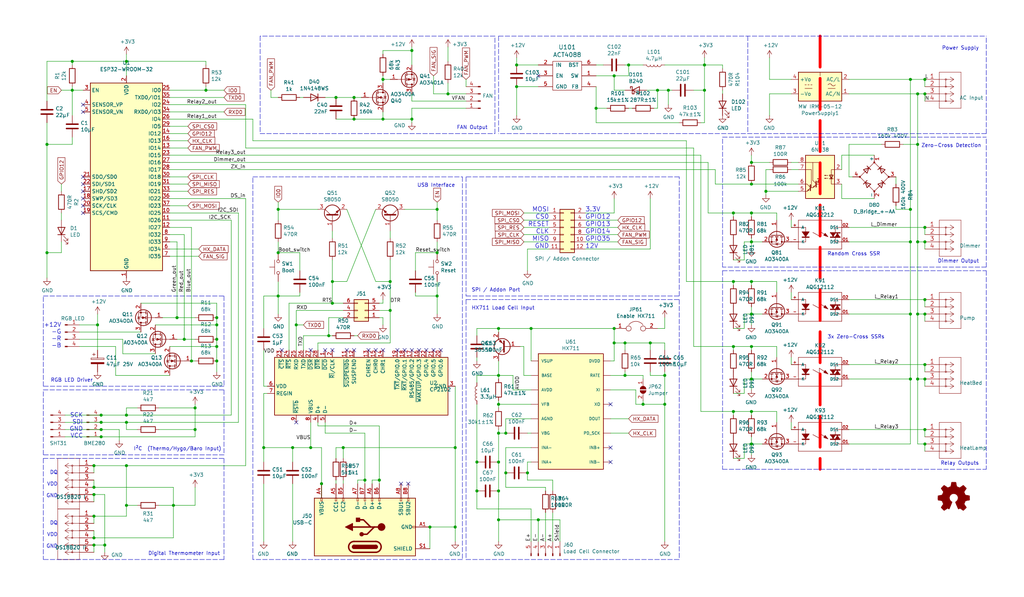
<source format=kicad_sch>
(kicad_sch (version 20211123) (generator eeschema)
  (paper "User" 359.994 210.007)
  (title_block (title "Gecko Control") (date "2021-04-16") (rev "1.2") (company "Purple Gecko Design & Technik") (comment 1 "github.com/fraxinas/Geckocontroller"))
  (junction (at 264.16 110.49))
  (junction (at 181.61 22.86))
  (junction (at 134.62 41.91))
  (junction (at 264.16 99.06))
  (junction (at 320.04 27.94))
  (junction (at 44.45 21.59))
  (junction (at 120.65 157.48))
  (junction (at 33.02 181.61))
  (junction (at 322.58 133.35))
  (junction (at 175.26 182.88))
  (junction (at 44.45 148.59))
  (junction (at 264.16 121.92))
  (junction (at 92.71 157.48))
  (junction (at 157.48 33.02))
  (junction (at 320.04 73.66))
  (junction (at 160.02 185.42))
  (junction (at 226.06 142.24))
  (junction (at 35.56 151.13))
  (junction (at 134.62 27.94))
  (junction (at 144.78 41.91))
  (junction (at 320.04 133.35))
  (junction (at 72.39 31.75))
  (junction (at 160.02 157.48))
  (junction (at 113.03 170.18))
  (junction (at 153.67 88.9))
  (junction (at 60.96 177.8))
  (junction (at 116.84 99.06))
  (junction (at 175.26 142.24))
  (junction (at 228.6 120.65))
  (junction (at 215.9 26.67))
  (junction (at 109.22 157.48))
  (junction (at 175.26 172.72))
  (junction (at 325.12 156.21))
  (junction (at 325.12 80.01))
  (junction (at 322.58 50.8))
  (junction (at 33.02 191.77))
  (junction (at 124.46 34.29))
  (junction (at 67.31 127))
  (junction (at 175.26 162.56))
  (junction (at 62.23 111.76))
  (junction (at 25.4 21.59))
  (junction (at 16.51 50.8))
  (junction (at 76.2 121.92))
  (junction (at 181.61 30.48))
  (junction (at 233.68 132.08))
  (junction (at 257.81 144.78))
  (junction (at 247.65 22.86))
  (junction (at 264.16 144.78))
  (junction (at 153.67 104.14))
  (junction (at 185.42 166.37))
  (junction (at 76.2 114.3))
  (junction (at 186.69 115.57))
  (junction (at 189.23 182.88))
  (junction (at 220.98 22.86))
  (junction (at 325.12 105.41))
  (junction (at 322.58 110.49))
  (junction (at 102.87 157.48))
  (junction (at 264.16 85.09))
  (junction (at 325.12 27.94))
  (junction (at 68.58 143.51))
  (junction (at 264.16 57.15))
  (junction (at 64.77 119.38))
  (junction (at 215.9 120.65))
  (junction (at 175.26 115.57))
  (junction (at 128.27 168.91))
  (junction (at 44.45 163.83))
  (junction (at 44.45 177.8))
  (junction (at 25.4 31.75))
  (junction (at 133.35 168.91))
  (junction (at 325.12 151.13))
  (junction (at 36.83 191.77))
  (junction (at 44.45 146.05))
  (junction (at 116.84 106.68))
  (junction (at 257.81 99.06))
  (junction (at 34.29 114.3))
  (junction (at 175.26 132.08))
  (junction (at 209.55 38.1))
  (junction (at 118.11 34.29))
  (junction (at 264.16 156.21))
  (junction (at 76.2 111.76))
  (junction (at 151.13 185.42))
  (junction (at 269.24 67.31))
  (junction (at 153.67 73.66))
  (junction (at 68.58 151.13))
  (junction (at 97.79 88.9))
  (junction (at 137.16 99.06))
  (junction (at 175.26 152.4))
  (junction (at 257.81 74.93))
  (junction (at 264.16 133.35))
  (junction (at 215.9 115.57))
  (junction (at 97.79 73.66))
  (junction (at 167.64 162.56))
  (junction (at 257.81 121.92))
  (junction (at 231.14 31.75))
  (junction (at 219.71 132.08))
  (junction (at 264.16 74.93))
  (junction (at 137.16 109.22))
  (junction (at 322.58 33.02))
  (junction (at 33.02 171.45))
  (junction (at 76.2 127))
  (junction (at 219.71 120.65))
  (junction (at 35.56 153.67))
  (junction (at 234.95 31.75))
  (junction (at 16.51 88.9))
  (junction (at 144.78 17.78))
  (junction (at 33.02 173.99))
  (junction (at 177.8 166.37))
  (junction (at 325.12 33.02))
  (junction (at 167.64 172.72))
  (junction (at 97.79 104.14))
  (junction (at 104.14 114.3))
  (junction (at 325.12 128.27))
  (junction (at 264.16 64.77))
  (junction (at 233.68 142.24))
  (junction (at 33.02 163.83))
  (junction (at 322.58 85.09))
  (junction (at 35.56 148.59))
  (junction (at 325.12 110.49))
  (junction (at 320.04 85.09))
  (junction (at 247.65 31.75))
  (junction (at 325.12 133.35))
  (junction (at 325.12 85.09))
  (junction (at 177.8 152.4))
  (junction (at 320.04 110.49))
  (junction (at 35.56 146.05))
  (junction (at 115.57 118.11))
  (junction (at 124.46 41.91))
  (junction (at 76.2 119.38))
  (junction (at 33.02 189.23))
  (no_connect (at 154.94 123.19))
  (no_connect (at 147.32 123.19))
  (no_connect (at 143.51 170.18))
  (no_connect (at 139.7 123.19))
  (no_connect (at 144.78 123.19))
  (no_connect (at 29.21 64.77))
  (no_connect (at 214.63 142.24))
  (no_connect (at 104.14 148.59))
  (no_connect (at 129.54 123.19))
  (no_connect (at 29.21 72.39))
  (no_connect (at 99.06 123.19))
  (no_connect (at 124.46 123.19))
  (no_connect (at 189.23 26.67))
  (no_connect (at 152.4 123.19))
  (no_connect (at 29.21 69.85))
  (no_connect (at 29.21 62.23))
  (no_connect (at 114.3 123.19))
  (no_connect (at 121.92 123.19))
  (no_connect (at 109.22 123.19))
  (no_connect (at 214.63 157.48))
  (no_connect (at 29.21 67.31))
  (no_connect (at 149.86 123.19))
  (no_connect (at 214.63 162.56))
  (no_connect (at 132.08 123.19))
  (no_connect (at 29.21 36.83))
  (no_connect (at 142.24 123.19))
  (no_connect (at 140.97 170.18))
  (no_connect (at 29.21 74.93))
  (no_connect (at 116.84 123.19))
  (no_connect (at 134.62 123.19))
  (no_connect (at 29.21 39.37))
  (wire (pts (xy 228.6 87.63) (xy 205.74 87.63)))
  (wire (pts (xy 325.12 80.01) (xy 325.12 82.55)))
  (wire (pts (xy 163.83 38.1) (xy 144.78 38.1)))
  (wire (pts (xy 257.81 138.43) (xy 261.62 138.43)))
  (wire (pts (xy 228.6 120.65) (xy 228.6 123.19)))
  (wire (pts (xy 314.96 73.66) (xy 320.04 73.66)))
  (wire (pts (xy 193.04 82.55) (xy 184.15 82.55)))
  (wire (pts (xy 111.76 120.65) (xy 111.76 123.19)))
  (wire (pts (xy 16.51 43.18) (xy 16.51 50.8)))
  (wire (pts (xy 66.04 49.53) (xy 59.69 49.53)))
  (wire (pts (xy 128.27 152.4) (xy 128.27 168.91)))
  (wire (pts (xy 325.12 133.35) (xy 322.58 133.35)))
  (wire (pts (xy 264.16 114.3) (xy 264.16 110.49)))
  (wire (pts (xy 93.98 138.43) (xy 92.71 138.43)))
  (wire (pts (xy 182.88 121.92) (xy 184.15 121.92)))
  (wire (pts (xy 295.91 54.61) (xy 307.34 54.61)))
  (wire (pts (xy 320.04 27.94) (xy 325.12 27.94)))
  (polyline (pts (xy 163.83 105.41) (xy 163.83 196.85)))
  (wire (pts (xy 181.61 30.48) (xy 181.61 40.64)))
  (wire (pts (xy 180.34 132.08) (xy 175.26 132.08)))
  (wire (pts (xy 219.71 120.65) (xy 215.9 120.65)))
  (wire (pts (xy 167.64 172.72) (xy 167.64 179.07)))
  (wire (pts (xy 241.3 49.53) (xy 88.9 49.53)))
  (wire (pts (xy 175.26 172.72) (xy 175.26 182.88)))
  (wire (pts (xy 43.18 119.38) (xy 43.18 124.46)))
  (wire (pts (xy 157.48 16.51) (xy 157.48 21.59)))
  (wire (pts (xy 257.81 144.78) (xy 264.16 144.78)))
  (wire (pts (xy 43.18 124.46) (xy 54.61 124.46)))
  (wire (pts (xy 194.31 190.5) (xy 194.31 180.34)))
  (wire (pts (xy 220.98 38.1) (xy 222.25 38.1)))
  (wire (pts (xy 264.16 137.16) (xy 264.16 133.35)))
  (wire (pts (xy 151.13 185.42) (xy 151.13 193.04)))
  (wire (pts (xy 68.58 143.51) (xy 68.58 151.13)))
  (wire (pts (xy 175.26 142.24) (xy 186.69 142.24)))
  (wire (pts (xy 189.23 182.88) (xy 196.85 182.88)))
  (wire (pts (xy 133.35 109.22) (xy 137.16 109.22)))
  (wire (pts (xy 22.86 151.13) (xy 35.56 151.13)))
  (wire (pts (xy 144.78 41.91) (xy 144.78 38.1)))
  (wire (pts (xy 105.41 104.14) (xy 97.79 104.14)))
  (wire (pts (xy 109.22 148.59) (xy 109.22 157.48)))
  (wire (pts (xy 298.45 50.8) (xy 309.88 50.8)))
  (wire (pts (xy 223.52 137.16) (xy 223.52 142.24)))
  (wire (pts (xy 104.14 114.3) (xy 106.68 114.3)))
  (wire (pts (xy 314.96 62.23) (xy 314.96 64.77)))
  (wire (pts (xy 68.58 127) (xy 67.31 127)))
  (wire (pts (xy 97.79 104.14) (xy 97.79 99.06)))
  (wire (pts (xy 233.68 142.24) (xy 226.06 142.24)))
  (wire (pts (xy 243.84 31.75) (xy 247.65 31.75)))
  (wire (pts (xy 264.16 133.35) (xy 264.16 130.81)))
  (wire (pts (xy 295.91 64.77) (xy 295.91 69.85)))
  (wire (pts (xy 44.45 148.59) (xy 83.82 148.59)))
  (wire (pts (xy 261.62 115.57) (xy 261.62 110.49)))
  (wire (pts (xy 273.05 77.47) (xy 273.05 74.93)))
  (wire (pts (xy 27.94 119.38) (xy 43.18 119.38)))
  (wire (pts (xy 320.04 27.94) (xy 298.45 27.94)))
  (wire (pts (xy 219.71 31.75) (xy 215.9 31.75)))
  (wire (pts (xy 185.42 152.4) (xy 186.69 152.4)))
  (wire (pts (xy 76.2 127) (xy 76.2 130.81)))
  (wire (pts (xy 264.16 64.77) (xy 251.46 64.77)))
  (wire (pts (xy 175.26 132.08) (xy 175.26 133.35)))
  (wire (pts (xy 92.71 138.43) (xy 92.71 157.48)))
  (wire (pts (xy 146.05 104.14) (xy 153.67 104.14)))
  (wire (pts (xy 152.4 33.02) (xy 157.48 33.02)))
  (wire (pts (xy 68.58 119.38) (xy 64.77 119.38)))
  (wire (pts (xy 175.26 151.13) (xy 175.26 152.4)))
  (wire (pts (xy 86.36 69.85) (xy 86.36 163.83)))
  (wire (pts (xy 22.86 146.05) (xy 35.56 146.05)))
  (wire (pts (xy 62.23 111.76) (xy 62.23 85.09)))
  (polyline (pts (xy 254 165.1) (xy 346.71 165.1)))
  (wire (pts (xy 86.36 52.07) (xy 243.84 52.07)))
  (wire (pts (xy 167.64 127) (xy 167.64 125.73)))
  (wire (pts (xy 298.45 133.35) (xy 320.04 133.35)))
  (wire (pts (xy 223.52 142.24) (xy 226.06 142.24)))
  (wire (pts (xy 137.16 99.06) (xy 132.08 99.06)))
  (wire (pts (xy 144.78 35.56) (xy 163.83 35.56)))
  (wire (pts (xy 228.6 130.81) (xy 228.6 132.08)))
  (wire (pts (xy 35.56 151.13) (xy 41.91 151.13)))
  (wire (pts (xy 36.83 173.99) (xy 36.83 191.77)))
  (wire (pts (xy 241.3 49.53) (xy 241.3 99.06)))
  (wire (pts (xy 25.4 50.8) (xy 16.51 50.8)))
  (wire (pts (xy 27.94 114.3) (xy 34.29 114.3)))
  (wire (pts (xy 270.51 33.02) (xy 270.51 40.64)))
  (wire (pts (xy 264.16 87.63) (xy 264.16 85.09)))
  (wire (pts (xy 35.56 148.59) (xy 44.45 148.59)))
  (wire (pts (xy 227.33 31.75) (xy 231.14 31.75)))
  (wire (pts (xy 60.96 171.45) (xy 60.96 177.8)))
  (polyline (pts (xy 15.24 135.89) (xy 15.24 104.14)))
  (polyline (pts (xy 175.26 12.7) (xy 175.26 46.99)))
  (wire (pts (xy 185.42 166.37) (xy 185.42 162.56)))
  (wire (pts (xy 298.45 62.23) (xy 298.45 50.8)))
  (wire (pts (xy 81.28 77.47) (xy 59.69 77.47)))
  (wire (pts (xy 97.79 88.9) (xy 97.79 85.09)))
  (wire (pts (xy 231.14 38.1) (xy 231.14 31.75)))
  (wire (pts (xy 273.05 102.87) (xy 273.05 99.06)))
  (wire (pts (xy 92.71 157.48) (xy 92.71 162.56)))
  (wire (pts (xy 185.42 168.91) (xy 185.42 166.37)))
  (polyline (pts (xy 254 93.98) (xy 254 48.26)))
  (wire (pts (xy 184.15 74.93) (xy 193.04 74.93)))
  (polyline (pts (xy 288.29 12.7) (xy 288.29 165.1)) (stroke (width 0.9906) (color 255 0 0 1)))
  (wire (pts (xy 88.9 41.91) (xy 88.9 49.53)))
  (wire (pts (xy 261.62 85.09) (xy 264.16 85.09)))
  (wire (pts (xy 68.58 177.8) (xy 60.96 177.8)))
  (wire (pts (xy 186.69 137.16) (xy 180.34 137.16)))
  (wire (pts (xy 68.58 171.45) (xy 68.58 177.8)))
  (wire (pts (xy 95.25 31.75) (xy 95.25 34.29)))
  (wire (pts (xy 298.45 105.41) (xy 325.12 105.41)))
  (wire (pts (xy 102.87 162.56) (xy 102.87 157.48)))
  (wire (pts (xy 27.94 116.84) (xy 49.53 116.84)))
  (wire (pts (xy 264.16 146.05) (xy 264.16 144.78)))
  (wire (pts (xy 264.16 85.09) (xy 267.97 85.09)))
  (polyline (pts (xy 254 95.25) (xy 254 165.1)))
  (wire (pts (xy 33.02 191.77) (xy 36.83 191.77)))
  (wire (pts (xy 113.03 170.18) (xy 113.03 175.26)))
  (wire (pts (xy 247.65 43.18) (xy 247.65 31.75)))
  (wire (pts (xy 105.41 95.25) (xy 105.41 88.9)))
  (wire (pts (xy 229.87 38.1) (xy 231.14 38.1)))
  (wire (pts (xy 72.39 22.86) (xy 72.39 21.59)))
  (wire (pts (xy 217.17 77.47) (xy 205.74 77.47)))
  (wire (pts (xy 72.39 31.75) (xy 78.74 31.75)))
  (wire (pts (xy 55.88 177.8) (xy 60.96 177.8)))
  (wire (pts (xy 64.77 82.55) (xy 59.69 82.55)))
  (wire (pts (xy 60.96 177.8) (xy 60.96 189.23)))
  (wire (pts (xy 325.12 35.56) (xy 325.12 33.02)))
  (polyline (pts (xy 15.24 137.16) (xy 78.74 137.16)))
  (wire (pts (xy 44.45 163.83) (xy 33.02 163.83)))
  (wire (pts (xy 248.92 57.15) (xy 248.92 74.93)))
  (wire (pts (xy 160.02 157.48) (xy 160.02 185.42)))
  (wire (pts (xy 120.65 161.29) (xy 120.65 157.48)))
  (polyline (pts (xy 163.83 105.41) (xy 238.76 105.41)))
  (wire (pts (xy 33.02 176.53) (xy 33.02 173.99)))
  (wire (pts (xy 59.69 54.61) (xy 246.38 54.61)))
  (polyline (pts (xy 78.74 104.14) (xy 78.74 135.89)))
  (wire (pts (xy 95.25 34.29) (xy 97.79 34.29)))
  (wire (pts (xy 44.45 177.8) (xy 44.45 163.83)))
  (wire (pts (xy 226.06 22.86) (xy 220.98 22.86)))
  (wire (pts (xy 66.04 44.45) (xy 59.69 44.45)))
  (polyline (pts (xy 78.74 196.85) (xy 15.24 196.85)))
  (wire (pts (xy 261.62 110.49) (xy 264.16 110.49)))
  (wire (pts (xy 219.71 22.86) (xy 220.98 22.86)))
  (wire (pts (xy 153.67 73.66) (xy 153.67 77.47)))
  (wire (pts (xy 134.62 27.94) (xy 137.16 27.94)))
  (wire (pts (xy 101.6 106.68) (xy 116.84 106.68)))
  (wire (pts (xy 257.81 99.06) (xy 241.3 99.06)))
  (wire (pts (xy 209.55 38.1) (xy 213.36 38.1)))
  (wire (pts (xy 194.31 172.72) (xy 194.31 168.91)))
  (wire (pts (xy 116.84 106.68) (xy 120.65 106.68)))
  (wire (pts (xy 146.05 102.87) (xy 146.05 104.14)))
  (wire (pts (xy 105.41 34.29) (xy 106.68 34.29)))
  (wire (pts (xy 157.48 33.02) (xy 163.83 33.02)))
  (wire (pts (xy 184.15 121.92) (xy 184.15 132.08)))
  (wire (pts (xy 86.36 36.83) (xy 59.69 36.83)))
  (wire (pts (xy 62.23 119.38) (xy 64.77 119.38)))
  (wire (pts (xy 184.15 77.47) (xy 193.04 77.47)))
  (wire (pts (xy 177.8 166.37) (xy 177.8 157.48)))
  (wire (pts (xy 264.16 153.67) (xy 264.16 156.21)))
  (polyline (pts (xy 15.24 160.02) (xy 15.24 137.16)))
  (wire (pts (xy 193.04 80.01) (xy 184.15 80.01)))
  (wire (pts (xy 25.4 30.48) (xy 25.4 31.75)))
  (wire (pts (xy 153.67 88.9) (xy 153.67 85.09)))
  (wire (pts (xy 322.58 33.02) (xy 322.58 50.8)))
  (wire (pts (xy 121.92 73.66) (xy 132.08 99.06)))
  (wire (pts (xy 137.16 99.06) (xy 137.16 91.44)))
  (wire (pts (xy 116.84 99.06) (xy 116.84 91.44)))
  (wire (pts (xy 134.62 111.76) (xy 134.62 114.3)))
  (wire (pts (xy 92.71 170.18) (xy 92.71 190.5)))
  (wire (pts (xy 81.28 77.47) (xy 81.28 146.05)))
  (wire (pts (xy 184.15 85.09) (xy 193.04 85.09)))
  (wire (pts (xy 194.31 168.91) (xy 185.42 168.91)))
  (wire (pts (xy 320.04 110.49) (xy 320.04 133.35)))
  (wire (pts (xy 175.26 127) (xy 175.26 132.08)))
  (wire (pts (xy 177.8 152.4) (xy 177.8 147.32)))
  (wire (pts (xy 246.38 54.61) (xy 246.38 144.78)))
  (wire (pts (xy 76.2 114.3) (xy 54.61 114.3)))
  (wire (pts (xy 185.42 87.63) (xy 185.42 95.25)))
  (polyline (pts (xy 91.44 46.99) (xy 173.99 46.99)))
  (wire (pts (xy 264.16 107.95) (xy 264.16 110.49)))
  (wire (pts (xy 64.77 119.38) (xy 64.77 82.55)))
  (wire (pts (xy 325.12 156.21) (xy 325.12 158.75)))
  (wire (pts (xy 295.91 54.61) (xy 295.91 59.69)))
  (wire (pts (xy 325.12 85.09) (xy 325.12 87.63)))
  (wire (pts (xy 109.22 157.48) (xy 113.03 157.48)))
  (wire (pts (xy 325.12 110.49) (xy 325.12 113.03)))
  (wire (pts (xy 246.38 144.78) (xy 257.81 144.78)))
  (wire (pts (xy 144.78 41.91) (xy 144.78 43.18)))
  (wire (pts (xy 325.12 107.95) (xy 325.12 105.41)))
  (wire (pts (xy 62.23 85.09) (xy 59.69 85.09)))
  (wire (pts (xy 273.05 148.59) (xy 273.05 144.78)))
  (wire (pts (xy 25.4 48.26) (xy 25.4 50.8)))
  (wire (pts (xy 35.56 153.67) (xy 68.58 153.67)))
  (wire (pts (xy 215.9 115.57) (xy 215.9 120.65)))
  (wire (pts (xy 180.34 137.16) (xy 180.34 132.08)))
  (wire (pts (xy 220.98 22.86) (xy 220.98 26.67)))
  (wire (pts (xy 261.62 133.35) (xy 264.16 133.35)))
  (wire (pts (xy 25.4 31.75) (xy 25.4 40.64)))
  (wire (pts (xy 215.9 69.85) (xy 215.9 74.93)))
  (wire (pts (xy 269.24 59.69) (xy 270.51 59.69)))
  (wire (pts (xy 175.26 143.51) (xy 175.26 142.24)))
  (wire (pts (xy 21.59 74.93) (xy 21.59 77.47)))
  (wire (pts (xy 278.13 57.15) (xy 280.67 57.15)))
  (wire (pts (xy 33.02 186.69) (xy 33.02 189.23)))
  (wire (pts (xy 97.79 110.49) (xy 97.79 104.14)))
  (wire (pts (xy 44.45 143.51) (xy 44.45 146.05)))
  (wire (pts (xy 27.94 121.92) (xy 40.64 121.92)))
  (wire (pts (xy 69.85 87.63) (xy 59.69 87.63)))
  (polyline (pts (xy 88.9 62.23) (xy 162.56 62.23)))
  (wire (pts (xy 254 31.75) (xy 254 33.02)))
  (wire (pts (xy 72.39 30.48) (xy 72.39 31.75)))
  (wire (pts (xy 137.16 81.28) (xy 137.16 83.82)))
  (wire (pts (xy 118.11 34.29) (xy 124.46 34.29)))
  (wire (pts (xy 209.55 22.86) (xy 212.09 22.86)))
  (wire (pts (xy 247.65 20.32) (xy 247.65 22.86)))
  (polyline (pts (xy 173.99 46.99) (xy 173.99 12.7)))
  (wire (pts (xy 16.51 21.59) (xy 25.4 21.59)))
  (wire (pts (xy 298.45 80.01) (xy 325.12 80.01)))
  (wire (pts (xy 205.74 74.93) (xy 215.9 74.93)))
  (wire (pts (xy 144.78 17.78) (xy 134.62 17.78)))
  (wire (pts (xy 130.81 168.91) (xy 130.81 170.18)))
  (wire (pts (xy 177.8 147.32) (xy 186.69 147.32)))
  (wire (pts (xy 78.74 39.37) (xy 59.69 39.37)))
  (wire (pts (xy 215.9 31.75) (xy 215.9 26.67)))
  (wire (pts (xy 22.86 148.59) (xy 35.56 148.59)))
  (wire (pts (xy 137.16 99.06) (xy 137.16 109.22)))
  (wire (pts (xy 118.11 170.18) (xy 118.11 168.91)))
  (wire (pts (xy 16.51 88.9) (xy 16.51 97.79)))
  (wire (pts (xy 257.81 76.2) (xy 257.81 74.93)))
  (wire (pts (xy 175.26 152.4) (xy 177.8 152.4)))
  (wire (pts (xy 317.5 50.8) (xy 322.58 50.8)))
  (wire (pts (xy 25.4 21.59) (xy 44.45 21.59)))
  (polyline (pts (xy 78.74 135.89) (xy 15.24 135.89)))
  (wire (pts (xy 48.26 143.51) (xy 44.45 143.51)))
  (wire (pts (xy 59.69 59.69) (xy 251.46 59.69)))
  (wire (pts (xy 153.67 99.06) (xy 153.67 104.14)))
  (wire (pts (xy 104.14 114.3) (xy 104.14 109.22)))
  (wire (pts (xy 33.02 171.45) (xy 33.02 168.91)))
  (wire (pts (xy 233.68 142.24) (xy 233.68 190.5)))
  (wire (pts (xy 59.69 57.15) (xy 248.92 57.15)))
  (wire (pts (xy 322.58 133.35) (xy 322.58 156.21)))
  (wire (pts (xy 251.46 64.77) (xy 251.46 59.69)))
  (wire (pts (xy 76.2 106.68) (xy 76.2 111.76)))
  (wire (pts (xy 234.95 31.75) (xy 234.95 36.83)))
  (wire (pts (xy 233.68 22.86) (xy 247.65 22.86)))
  (wire (pts (xy 219.71 120.65) (xy 228.6 120.65)))
  (wire (pts (xy 163.83 27.94) (xy 163.83 30.48)))
  (wire (pts (xy 246.38 43.18) (xy 247.65 43.18)))
  (wire (pts (xy 118.11 41.91) (xy 124.46 41.91)))
  (wire (pts (xy 264.16 99.06) (xy 257.81 99.06)))
  (wire (pts (xy 40.64 132.08) (xy 59.69 132.08)))
  (wire (pts (xy 325.12 130.81) (xy 325.12 128.27)))
  (wire (pts (xy 215.9 26.67) (xy 220.98 26.67)))
  (wire (pts (xy 104.14 114.3) (xy 104.14 123.19)))
  (wire (pts (xy 298.45 110.49) (xy 320.04 110.49)))
  (wire (pts (xy 160.02 185.42) (xy 160.02 190.5)))
  (wire (pts (xy 167.64 142.24) (xy 167.64 162.56)))
  (wire (pts (xy 134.62 39.37) (xy 134.62 41.91)))
  (wire (pts (xy 55.88 151.13) (xy 68.58 151.13)))
  (wire (pts (xy 257.81 74.93) (xy 264.16 74.93)))
  (wire (pts (xy 124.46 118.11) (xy 125.73 118.11)))
  (wire (pts (xy 217.17 85.09) (xy 205.74 85.09)))
  (wire (pts (xy 254 22.86) (xy 254 24.13)))
  (wire (pts (xy 106.68 118.11) (xy 106.68 123.19)))
  (wire (pts (xy 320.04 27.94) (xy 320.04 73.66)))
  (wire (pts (xy 177.8 171.45) (xy 177.8 166.37)))
  (wire (pts (xy 33.02 184.15) (xy 33.02 181.61)))
  (wire (pts (xy 278.13 59.69) (xy 280.67 59.69)))
  (wire (pts (xy 134.62 41.91) (xy 144.78 41.91)))
  (wire (pts (xy 325.12 133.35) (xy 325.12 135.89)))
  (wire (pts (xy 184.15 132.08) (xy 186.69 132.08)))
  (wire (pts (xy 44.45 21.59) (xy 72.39 21.59)))
  (wire (pts (xy 25.4 22.86) (xy 25.4 21.59)))
  (wire (pts (xy 111.76 120.65) (xy 137.16 120.65)))
  (polyline (pts (xy 163.83 62.23) (xy 163.83 104.14)))
  (wire (pts (xy 133.35 168.91) (xy 133.35 149.86)))
  (wire (pts (xy 92.71 135.89) (xy 93.98 135.89)))
  (wire (pts (xy 261.62 91.44) (xy 261.62 85.09)))
  (wire (pts (xy 97.79 73.66) (xy 97.79 77.47)))
  (wire (pts (xy 167.64 162.56) (xy 167.64 172.72)))
  (wire (pts (xy 59.69 34.29) (xy 78.74 34.29)))
  (wire (pts (xy 59.69 41.91) (xy 88.9 41.91)))
  (wire (pts (xy 160.02 135.89) (xy 160.02 157.48)))
  (wire (pts (xy 125.73 170.18) (xy 125.73 168.91)))
  (polyline (pts (xy 238.76 105.41) (xy 238.76 196.85)))
  (wire (pts (xy 102.87 157.48) (xy 92.71 157.48)))
  (wire (pts (xy 142.24 73.66) (xy 153.67 73.66)))
  (wire (pts (xy 264.16 83.82) (xy 264.16 85.09)))
  (wire (pts (xy 295.91 69.85) (xy 307.34 69.85)))
  (wire (pts (xy 273.05 99.06) (xy 264.16 99.06)))
  (polyline (pts (xy 346.71 46.99) (xy 175.26 46.99)))
  (wire (pts (xy 189.23 22.86) (xy 181.61 22.86)))
  (wire (pts (xy 36.83 173.99) (xy 33.02 173.99)))
  (wire (pts (xy 233.68 111.76) (xy 233.68 115.57)))
  (wire (pts (xy 219.71 130.81) (xy 219.71 132.08)))
  (wire (pts (xy 278.13 125.73) (xy 278.13 128.27)))
  (wire (pts (xy 257.81 100.33) (xy 257.81 99.06)))
  (wire (pts (xy 118.11 157.48) (xy 120.65 157.48)))
  (wire (pts (xy 41.91 151.13) (xy 41.91 154.94)))
  (wire (pts (xy 128.27 170.18) (xy 128.27 168.91)))
  (wire (pts (xy 214.63 127) (xy 215.9 127)))
  (wire (pts (xy 269.24 67.31) (xy 269.24 68.58)))
  (wire (pts (xy 128.27 152.4) (xy 114.3 152.4)))
  (wire (pts (xy 264.16 123.19) (xy 264.16 121.92)))
  (wire (pts (xy 33.02 191.77) (xy 33.02 194.31)))
  (wire (pts (xy 21.59 88.9) (xy 16.51 88.9)))
  (wire (pts (xy 219.71 123.19) (xy 219.71 120.65)))
  (wire (pts (xy 115.57 111.76) (xy 115.57 118.11)))
  (wire (pts (xy 144.78 16.51) (xy 144.78 17.78)))
  (polyline (pts (xy 262.89 12.7) (xy 262.89 46.99)))
  (wire (pts (xy 320.04 85.09) (xy 298.45 85.09)))
  (wire (pts (xy 298.45 151.13) (xy 325.12 151.13)))
  (wire (pts (xy 33.02 189.23) (xy 60.96 189.23)))
  (wire (pts (xy 320.04 73.66) (xy 320.04 85.09)))
  (wire (pts (xy 322.58 50.8) (xy 322.58 85.09)))
  (wire (pts (xy 191.77 172.72) (xy 191.77 171.45)))
  (polyline (pts (xy 346.71 46.99) (xy 346.71 12.7)))
  (wire (pts (xy 270.51 33.02) (xy 278.13 33.02)))
  (wire (pts (xy 68.58 151.13) (xy 68.58 153.67)))
  (wire (pts (xy 181.61 20.32) (xy 181.61 22.86)))
  (wire (pts (xy 33.02 171.45) (xy 60.96 171.45)))
  (wire (pts (xy 124.46 34.29) (xy 127 34.29)))
  (wire (pts (xy 59.69 121.92) (xy 76.2 121.92)))
  (wire (pts (xy 214.63 152.4) (xy 220.98 152.4)))
  (wire (pts (xy 270.51 57.15) (xy 264.16 57.15)))
  (wire (pts (xy 167.64 132.08) (xy 175.26 132.08)))
  (wire (pts (xy 186.69 115.57) (xy 186.69 127)))
  (wire (pts (xy 115.57 118.11) (xy 116.84 118.11)))
  (wire (pts (xy 67.31 80.01) (xy 59.69 80.01)))
  (wire (pts (xy 175.26 182.88) (xy 175.26 190.5)))
  (wire (pts (xy 257.81 121.92) (xy 243.84 121.92)))
  (wire (pts (xy 264.16 121.92) (xy 257.81 121.92)))
  (wire (pts (xy 278.13 27.94) (xy 270.51 27.94)))
  (wire (pts (xy 189.23 190.5) (xy 189.23 182.88)))
  (wire (pts (xy 134.62 105.41) (xy 134.62 106.68)))
  (wire (pts (xy 86.36 69.85) (xy 59.69 69.85)))
  (wire (pts (xy 191.77 190.5) (xy 191.77 180.34)))
  (wire (pts (xy 278.13 77.47) (xy 278.13 80.01)))
  (wire (pts (xy 44.45 181.61) (xy 44.45 177.8)))
  (wire (pts (xy 36.83 194.31) (xy 36.83 191.77)))
  (wire (pts (xy 175.26 162.56) (xy 175.26 172.72)))
  (wire (pts (xy 314.96 72.39) (xy 314.96 73.66)))
  (wire (pts (xy 76.2 111.76) (xy 76.2 114.3)))
  (wire (pts (xy 264.16 57.15) (xy 264.16 54.61)))
  (wire (pts (xy 114.3 152.4) (xy 114.3 148.59)))
  (polyline (pts (xy 254 48.26) (xy 346.71 48.26)))
  (wire (pts (xy 214.63 137.16) (xy 223.52 137.16)))
  (wire (pts (xy 167.64 134.62) (xy 167.64 132.08)))
  (wire (pts (xy 21.59 64.77) (xy 21.59 67.31)))
  (wire (pts (xy 257.81 115.57) (xy 261.62 115.57)))
  (wire (pts (xy 214.63 132.08) (xy 219.71 132.08)))
  (polyline (pts (xy 346.71 93.98) (xy 254 93.98)))
  (wire (pts (xy 261.62 161.29) (xy 261.62 156.21)))
  (wire (pts (xy 299.72 62.23) (xy 298.45 62.23)))
  (wire (pts (xy 257.81 146.05) (xy 257.81 144.78)))
  (wire (pts (xy 83.82 74.93) (xy 83.82 148.59)))
  (wire (pts (xy 273.05 74.93) (xy 264.16 74.93)))
  (wire (pts (xy 92.71 123.19) (xy 92.71 135.89)))
  (wire (pts (xy 29.21 31.75) (xy 25.4 31.75)))
  (wire (pts (xy 175.26 115.57) (xy 186.69 115.57)))
  (wire (pts (xy 209.55 38.1) (xy 209.55 43.18)))
  (wire (pts (xy 264.16 76.2) (xy 264.16 74.93)))
  (wire (pts (xy 146.05 95.25) (xy 146.05 88.9)))
  (wire (pts (xy 322.58 110.49) (xy 325.12 110.49)))
  (wire (pts (xy 44.45 163.83) (xy 86.36 163.83)))
  (wire (pts (xy 134.62 26.67) (xy 134.62 27.94)))
  (wire (pts (xy 322.58 33.02) (xy 325.12 33.02)))
  (polyline (pts (xy 162.56 196.85) (xy 88.9 196.85)))
  (wire (pts (xy 21.59 85.09) (xy 21.59 88.9)))
  (wire (pts (xy 226.06 140.97) (xy 226.06 142.24)))
  (wire (pts (xy 322.58 156.21) (xy 325.12 156.21)))
  (wire (pts (xy 298.45 156.21) (xy 320.04 156.21)))
  (wire (pts (xy 120.65 157.48) (xy 160.02 157.48)))
  (wire (pts (xy 193.04 87.63) (xy 185.42 87.63)))
  (wire (pts (xy 111.76 149.86) (xy 111.76 148.59)))
  (wire (pts (xy 69.85 90.17) (xy 59.69 90.17)))
  (wire (pts (xy 248.92 74.93) (xy 257.81 74.93)))
  (wire (pts (xy 16.51 50.8) (xy 16.51 88.9)))
  (wire (pts (xy 104.14 109.22) (xy 120.65 109.22)))
  (wire (pts (xy 238.76 43.18) (xy 209.55 43.18)))
  (wire (pts (xy 278.13 102.87) (xy 278.13 105.41)))
  (wire (pts (xy 167.64 179.07) (xy 186.69 179.07)))
  (wire (pts (xy 273.05 121.92) (xy 264.16 121.92)))
  (wire (pts (xy 44.45 146.05) (xy 81.28 146.05)))
  (wire (pts (xy 97.79 73.66) (xy 111.76 73.66)))
  (wire (pts (xy 21.59 31.75) (xy 25.4 31.75)))
  (polyline (pts (xy 15.24 161.29) (xy 78.74 161.29)))
  (wire (pts (xy 153.67 104.14) (xy 153.67 110.49)))
  (polyline (pts (xy 163.83 104.14) (xy 238.76 104.14)))
  (wire (pts (xy 264.16 160.02) (xy 264.16 156.21)))
  (wire (pts (xy 144.78 33.02) (xy 144.78 35.56)))
  (wire (pts (xy 102.87 157.48) (xy 109.22 157.48)))
  (polyline (pts (xy 78.74 137.16) (xy 78.74 160.02)))
  (wire (pts (xy 247.65 22.86) (xy 247.65 31.75)))
  (wire (pts (xy 92.71 104.14) (xy 97.79 104.14)))
  (wire (pts (xy 280.67 64.77) (xy 264.16 64.77)))
  (wire (pts (xy 219.71 132.08) (xy 226.06 132.08)))
  (wire (pts (xy 48.26 177.8) (xy 44.45 177.8)))
  (wire (pts (xy 66.04 52.07) (xy 59.69 52.07)))
  (wire (pts (xy 320.04 133.35) (xy 320.04 156.21)))
  (wire (pts (xy 76.2 121.92) (xy 76.2 119.38)))
  (wire (pts (xy 44.45 19.05) (xy 44.45 21.59)))
  (wire (pts (xy 68.58 111.76) (xy 62.23 111.76)))
  (polyline (pts (xy 15.24 104.14) (xy 78.74 104.14)))
  (wire (pts (xy 257.81 161.29) (xy 261.62 161.29)))
  (wire (pts (xy 233.68 132.08) (xy 233.68 142.24)))
  (wire (pts (xy 67.31 127) (xy 67.31 80.01)))
  (wire (pts (xy 231.14 31.75) (xy 234.95 31.75)))
  (polyline (pts (xy 78.74 160.02) (xy 15.24 160.02)))
  (wire (pts (xy 144.78 17.78) (xy 144.78 22.86)))
  (wire (pts (xy 33.02 166.37) (xy 33.02 163.83)))
  (wire (pts (xy 217.17 80.01) (xy 205.74 80.01)))
  (wire (pts (xy 233.68 120.65) (xy 233.68 123.19)))
  (wire (pts (xy 76.2 119.38) (xy 76.2 114.3)))
  (wire (pts (xy 40.64 121.92) (xy 40.64 132.08)))
  (wire (pts (xy 113.03 157.48) (xy 113.03 170.18)))
  (wire (pts (xy 137.16 109.22) (xy 137.16 120.65)))
  (polyline (pts (xy 173.99 12.7) (xy 91.44 12.7)))
  (wire (pts (xy 116.84 106.68) (xy 116.84 99.06)))
  (wire (pts (xy 132.08 73.66) (xy 121.92 99.06)))
  (wire (pts (xy 186.69 179.07) (xy 186.69 190.5)))
  (wire (pts (xy 231.14 115.57) (xy 233.68 115.57)))
  (wire (pts (xy 130.81 168.91) (xy 133.35 168.91)))
  (wire (pts (xy 280.67 67.31) (xy 269.24 67.31)))
  (wire (pts (xy 92.71 104.14) (xy 92.71 115.57)))
  (wire (pts (xy 298.45 128.27) (xy 325.12 128.27)))
  (wire (pts (xy 175.26 152.4) (xy 175.26 162.56)))
  (wire (pts (xy 217.17 82.55) (xy 205.74 82.55)))
  (polyline (pts (xy 175.26 12.7) (xy 346.71 12.7)))
  (polyline (pts (xy 78.74 161.29) (xy 78.74 196.85)))
  (wire (pts (xy 66.04 64.77) (xy 59.69 64.77)))
  (wire (pts (xy 116.84 81.28) (xy 116.84 83.82)))
  (wire (pts (xy 133.35 111.76) (xy 134.62 111.76)))
  (wire (pts (xy 175.26 115.57) (xy 167.64 115.57)))
  (wire (pts (xy 86.36 36.83) (xy 86.36 52.07)))
  (wire (pts (xy 16.51 21.59) (xy 16.51 35.56)))
  (wire (pts (xy 236.22 31.75) (xy 234.95 31.75)))
  (wire (pts (xy 33.02 181.61) (xy 44.45 181.61)))
  (wire (pts (xy 34.29 114.3) (xy 34.29 123.19)))
  (wire (pts (xy 120.65 170.18) (xy 120.65 168.91)))
  (wire (pts (xy 273.05 144.78) (xy 264.16 144.78)))
  (wire (pts (xy 55.88 143.51) (xy 68.58 143.51)))
  (wire (pts (xy 233.68 130.81) (xy 233.68 132.08)))
  (wire (pts (xy 157.48 29.21) (xy 157.48 33.02)))
  (wire (pts (xy 57.15 111.76) (xy 62.23 111.76)))
  (wire (pts (xy 48.26 151.13) (xy 44.45 151.13)))
  (wire (pts (xy 189.23 182.88) (xy 175.26 182.88)))
  (polyline (pts (xy 91.44 12.7) (xy 91.44 46.99)))
  (wire (pts (xy 134.62 29.21) (xy 134.62 27.94)))
  (wire (pts (xy 273.05 125.73) (xy 273.05 121.92)))
  (wire (pts (xy 215.9 115.57) (xy 186.69 115.57)))
  (wire (pts (xy 59.69 74.93) (xy 83.82 74.93)))
  (wire (pts (xy 264.16 100.33) (xy 264.16 99.06)))
  (wire (pts (xy 261.62 138.43) (xy 261.62 133.35)))
  (wire (pts (xy 152.4 33.02) (xy 152.4 26.67)))
  (wire (pts (xy 191.77 171.45) (xy 177.8 171.45)))
  (polyline (pts (xy 15.24 161.29) (xy 15.24 196.85)))
  (wire (pts (xy 243.84 52.07) (xy 243.84 121.92)))
  (wire (pts (xy 264.16 110.49) (xy 267.97 110.49)))
  (wire (pts (xy 76.2 121.92) (xy 76.2 127)))
  (wire (pts (xy 115.57 111.76) (xy 120.65 111.76)))
  (wire (pts (xy 209.55 26.67) (xy 215.9 26.67)))
  (polyline (pts (xy 238.76 62.23) (xy 163.83 62.23)))
  (wire (pts (xy 175.26 116.84) (xy 175.26 115.57)))
  (polyline (pts (xy 346.71 95.25) (xy 346.71 165.1)))
  (polyline (pts (xy 88.9 196.85) (xy 88.9 62.23)))
  (wire (pts (xy 105.41 102.87) (xy 105.41 104.14)))
  (wire (pts (xy 228.6 132.08) (xy 233.68 132.08)))
  (wire (pts (xy 153.67 88.9) (xy 146.05 88.9)))
  (wire (pts (xy 269.24 67.31) (xy 269.24 59.69)))
  (wire (pts (xy 22.86 153.67) (xy 35.56 153.67)))
  (wire (pts (xy 102.87 170.18) (xy 102.87 190.5)))
  (wire (pts (xy 257.81 91.44) (xy 261.62 91.44)))
  (wire (pts (xy 228.6 69.85) (xy 228.6 87.63)))
  (wire (pts (xy 209.55 30.48) (xy 209.55 38.1)))
  (polyline (pts (xy 163.83 196.85) (xy 238.76 196.85)))
  (wire (pts (xy 49.53 106.68) (xy 76.2 106.68)))
  (wire (pts (xy 322.58 110.49) (xy 322.58 133.35)))
  (wire (pts (xy 196.85 182.88) (xy 196.85 190.5)))
  (wire (pts (xy 59.69 46.99) (xy 66.04 46.99)))
  (wire (pts (xy 66.04 62.23) (xy 59.69 62.23)))
  (wire (pts (xy 66.04 72.39) (xy 59.69 72.39)))
  (wire (pts (xy 153.67 71.12) (xy 153.67 73.66)))
  (wire (pts (xy 215.9 120.65) (xy 215.9 127)))
  (polyline (pts (xy 346.71 93.98) (xy 346.71 48.26)))
  (wire (pts (xy 298.45 33.02) (xy 322.58 33.02)))
  (wire (pts (xy 189.23 30.48) (xy 181.61 30.48)))
  (wire (pts (xy 186.69 162.56) (xy 185.42 162.56)))
  (wire (pts (xy 261.62 156.21) (xy 264.16 156.21)))
  (wire (pts (xy 133.35 168.91) (xy 133.35 170.18)))
  (wire (pts (xy 105.41 88.9) (xy 97.79 88.9)))
  (wire (pts (xy 167.64 115.57) (xy 167.64 118.11)))
  (wire (pts (xy 44.45 26.67) (xy 44.45 21.59)))
  (wire (pts (xy 124.46 41.91) (xy 134.62 41.91)))
  (wire (pts (xy 59.69 31.75) (xy 72.39 31.75)))
  (wire (pts (xy 228.6 120.65) (xy 233.68 120.65)))
  (wire (pts (xy 257.81 123.19) (xy 257.81 121.92)))
  (wire (pts (xy 322.58 85.09) (xy 325.12 85.09)))
  (wire (pts (xy 278.13 148.59) (xy 278.13 151.13)))
  (wire (pts (xy 226.06 132.08) (xy 226.06 133.35)))
  (polyline (pts (xy 162.56 62.23) (xy 162.56 196.85)))
  (wire (pts (xy 325.12 30.48) (xy 325.12 27.94)))
  (wire (pts (xy 247.65 22.86) (xy 254 22.86)))
  (wire (pts (xy 151.13 185.42) (xy 160.02 185.42)))
  (wire (pts (xy 66.04 67.31) (xy 59.69 67.31)))
  (wire (pts (xy 125.73 168.91) (xy 128.27 168.91)))
  (wire (pts (xy 322.58 85.09) (xy 322.58 110.49)))
  (wire (pts (xy 177.8 157.48) (xy 186.69 157.48)))
  (wire (pts (xy 34.29 114.3) (xy 34.29 110.49)))
  (wire (pts (xy 121.92 99.06) (xy 116.84 99.06)))
  (wire (pts (xy 101.6 123.19) (xy 101.6 106.68)))
  (wire (pts (xy 106.68 118.11) (xy 115.57 118.11)))
  (wire (pts (xy 325.12 151.13) (xy 325.12 153.67)))
  (wire (pts (xy 97.79 71.12) (xy 97.79 73.66)))
  (wire (pts (xy 134.62 106.68) (xy 133.35 106.68)))
  (wire (pts (xy 264.16 133.35) (xy 267.97 133.35)))
  (wire (pts (xy 114.3 34.29) (xy 118.11 34.29)))
  (wire (pts (xy 320.04 85.09) (xy 320.04 110.49)))
  (wire (pts (xy 214.63 147.32) (xy 220.98 147.32)))
  (wire (pts (xy 270.51 27.94) (xy 270.51 20.32)))
  (wire (pts (xy 44.45 151.13) (xy 44.45 148.59)))
  (wire (pts (xy 175.26 140.97) (xy 175.26 142.24)))
  (polyline (pts (xy 238.76 104.14) (xy 238.76 62.23)))
  (polyline (pts (xy 254 95.25) (xy 346.71 95.25)))
  (wire (pts (xy 68.58 142.24) (xy 68.58 143.51)))
  (wire (pts (xy 118.11 161.29) (xy 118.11 157.48)))
  (wire (pts (xy 264.16 156.21) (xy 267.97 156.21)))
  (wire (pts (xy 133.35 149.86) (xy 111.76 149.86)))
  (wire (pts (xy 35.56 146.05) (xy 44.45 146.05)))
  (wire (pts (xy 134.62 17.78) (xy 134.62 19.05)))
  (text "Relay Outputs" (at 344.17 163.83 180) (effects (font (size 1.27 1.27)) (justify right bottom)))
  (text "SCK\nSDI\nGND\nVCC" (at 29.21 154.305 180) (effects (font (size 1.4986 1.4986)) (justify right bottom)))
  (text "FAN Output" (at 171.45 45.72 180) (effects (font (size 1.27 1.27)) (justify right bottom)))
  (text "HX711 Load Cell Input" (at 187.96 109.22 180) (effects (font (size 1.27 1.27)) (justify right bottom)))
  (text "I²C  (Thermo/Hygo/Baro Input)" (at 46.99 158.75 0) (effects (font (size 1.27 1.27)) (justify left bottom)))
  (text "MOSI\nCS0\nRESET\nCLK\nMISO\nGND" (at 193.04 87.63 180) (effects (font (size 1.6002 1.6002)) (justify right bottom)))
  (text "DQ\n\nVDD\n\nGND" (at 20.32 175.26 180) (effects (font (size 1.27 1.27)) (justify right bottom)))
  (text "SPI / Addon Port" (at 182.88 102.87 180) (effects (font (size 1.27 1.27)) (justify right bottom)))
  (text "RGB LED Driver" (at 17.78 134.62 0) (effects (font (size 1.27 1.27)) (justify left bottom)))
  (text "3.3V\nGPIO12\nGPIO13\nGPIO14\nGPIO35\n12V" (at 205.74 87.63 0) (effects (font (size 1.6002 1.6002)) (justify left bottom)))
  (text "DQ\n\nVDD\n\nGND" (at 20.32 193.04 180) (effects (font (size 1.27 1.27)) (justify right bottom)))
  (text "3x Zero-Cross SSRs" (at 290.83 119.38 0) (effects (font (size 1.27 1.27)) (justify left bottom)))
  (text "Digital Thermometer Input" (at 52.07 195.58 0) (effects (font (size 1.27 1.27)) (justify left bottom)))
  (text "Power Supply" (at 344.17 17.78 180) (effects (font (size 1.27 1.27)) (justify right bottom)))
  (text "Dimmer Output" (at 344.17 92.71 180) (effects (font (size 1.27 1.27)) (justify right bottom)))
  (text "Zero-Cross Detection" (at 323.85 52.07 0) (effects (font (size 1.27 1.27)) (justify left bottom)))
  (text "+12V\n-G\n-R\n-B" (at 21.59 122.555 180) (effects (font (size 1.4986 1.4986)) (justify right bottom)))
  (text "USB Interface" (at 160.02 66.04 180) (effects (font (size 1.27 1.27)) (justify right bottom)))
  (text "Random Cross SSR" (at 290.83 90.17 0) (effects (font (size 1.27 1.27)) (justify left bottom)))
  (label "L" (at 325.12 27.94 0))
  (label "TXD" (at 106.68 121.92 90))
  (label "A+" (at 194.31 190.5 90))
  (label "Dimmer_out" (at 86.36 57.15 180))
  (label "ZX_in" (at 86.36 59.69 180))
  (label "RTS" (at 116.84 106.68 180))
  (label "L_Relay2" (at 307.34 128.27 0))
  (label "L_Relay3" (at 307.34 151.13 0))
  (label "AVDD" (at 182.88 137.16 90))
  (label "Relay3_out" (at 86.36 54.61 180))
  (label "DS_in" (at 86.36 69.85 180))
  (label "L_Dimmer" (at 306.07 80.01 0))
  (label "Red_out" (at 64.77 102.87 90))
  (label "Green_out" (at 62.23 102.87 90))
  (label "D+" (at 125.73 149.86 180))
  (label "I2C_SDI" (at 83.82 74.93 180))
  (label "Reset_switch" (at 146.05 88.9 0))
  (label "VFAN" (at 158.75 35.56 0))
  (label "L_Relay1" (at 307.34 105.41 0))
  (label "Relay2_out" (at 76.2 36.83 180))
  (label "E-" (at 189.23 190.5 90))
  (label "DTR" (at 137.16 106.68 0))
  (label "I2C_SCK" (at 81.28 77.47 180))
  (label "Boot_switch" (at 97.79 88.9 0))
  (label "E+" (at 186.69 190.5 90))
  (label "Relay1_out" (at 76.2 41.91 180))
  (label "A-" (at 191.77 190.5 90))
  (label "VBUS" (at 109.22 154.94 180))
  (label "Shield" (at 196.85 190.5 90))
  (label "D-" (at 125.73 152.4 180))
  (label "VDD" (at 92.71 124.46 0))
  (label "Blue_out" (at 67.31 102.87 90))
  (label "RXD" (at 104.14 109.22 0))
  (label "N" (at 325.12 35.56 0))
  (global_label "SPI_MOSI" (shape input) (at 66.04 72.39 0) (property "Referenzen zwischen Schaltplänen" "${INTERSHEET_REFS}" (effects hide)))
  (global_label "EN" (shape input) (at 153.67 71.12 90) (property "Referenzen zwischen Schaltplänen" "${INTERSHEET_REFS}" (effects hide)))
  (global_label "GPIO12" (shape input) (at 66.04 46.99 0) (property "Referenzen zwischen Schaltplänen" "${INTERSHEET_REFS}" (effects hide)))
  (global_label "FAN_PWM" (shape input) (at 163.83 27.94 90) (property "Referenzen zwischen Schaltplänen" "${INTERSHEET_REFS}" (effects hide)))
  (global_label "RXD0" (shape input) (at 125.73 118.11 0) (property "Referenzen zwischen Schaltplänen" "${INTERSHEET_REFS}" (effects hide)))
  (global_label "FAN_SIG" (shape input) (at 217.17 85.09 0) (property "Referenzen zwischen Schaltplänen" "${INTERSHEET_REFS}" (effects hide)))
  (global_label "SPI_RES" (shape input) (at 66.04 67.31 0) (property "Referenzen zwischen Schaltplänen" "${INTERSHEET_REFS}" (effects hide)))
  (global_label "HX_CLK" (shape input) (at 66.04 49.53 0) (property "Referenzen zwischen Schaltplänen" "${INTERSHEET_REFS}" (effects hide)))
  (global_label "SPI_MISO" (shape input) (at 184.15 85.09 180) (property "Referenzen zwischen Schaltplänen" "${INTERSHEET_REFS}" (effects hide)))
  (global_label "SPI_CS0" (shape input) (at 184.15 77.47 180) (property "Referenzen zwischen Schaltplänen" "${INTERSHEET_REFS}" (effects hide)))
  (global_label "SPI_RES" (shape input) (at 184.15 80.01 180) (property "Referenzen zwischen Schaltplänen" "${INTERSHEET_REFS}" (effects hide)))
  (global_label "RXD0" (shape input) (at 78.74 39.37 0) (property "Referenzen zwischen Schaltplänen" "${INTERSHEET_REFS}" (effects hide)))
  (global_label "SPI_CS0" (shape input) (at 66.04 44.45 0) (property "Referenzen zwischen Schaltplänen" "${INTERSHEET_REFS}" (effects hide)))
  (global_label "SPI_MOSI" (shape input) (at 184.15 74.93 180) (property "Referenzen zwischen Schaltplänen" "${INTERSHEET_REFS}" (effects hide)))
  (global_label "IO0" (shape input) (at 97.79 71.12 90) (property "Referenzen zwischen Schaltplänen" "${INTERSHEET_REFS}" (effects hide)))
  (global_label "SPI_CLK" (shape input) (at 66.04 62.23 0) (property "Referenzen zwischen Schaltplänen" "${INTERSHEET_REFS}" (effects hide)))
  (global_label "HX_DATA" (shape input) (at 69.85 87.63 0) (property "Referenzen zwischen Schaltplänen" "${INTERSHEET_REFS}" (effects hide)))
  (global_label "HX_CLK" (shape input) (at 220.98 152.4 0) (property "Referenzen zwischen Schaltplänen" "${INTERSHEET_REFS}" (effects hide)))
  (global_label "GPIO12" (shape input) (at 217.17 77.47 0) (property "Referenzen zwischen Schaltplänen" "${INTERSHEET_REFS}" (effects hide)))
  (global_label "IO0" (shape input) (at 78.74 31.75 0) (property "Referenzen zwischen Schaltplänen" "${INTERSHEET_REFS}" (effects hide)))
  (global_label "EN" (shape input) (at 21.59 31.75 180) (property "Referenzen zwischen Schaltplänen" "${INTERSHEET_REFS}" (effects hide)))
  (global_label "FAN_PWM" (shape input) (at 66.04 52.07 0) (property "Referenzen zwischen Schaltplänen" "${INTERSHEET_REFS}" (effects hide)))
  (global_label "TXD0" (shape input) (at 106.68 114.3 0) (property "Referenzen zwischen Schaltplänen" "${INTERSHEET_REFS}" (effects hide)))
  (global_label "SPI_MISO" (shape input) (at 66.04 64.77 0) (property "Referenzen zwischen Schaltplänen" "${INTERSHEET_REFS}" (effects hide)))
  (global_label "TXD0" (shape input) (at 78.74 34.29 0) (property "Referenzen zwischen Schaltplänen" "${INTERSHEET_REFS}" (effects hide)))
  (global_label "FAN_PWM" (shape input) (at 95.25 31.75 90) (property "Referenzen zwischen Schaltplänen" "${INTERSHEET_REFS}" (effects hide)))
  (global_label "SPI_CLK" (shape input) (at 184.15 82.55 180) (property "Referenzen zwischen Schaltplänen" "${INTERSHEET_REFS}" (effects hide)))
  (global_label "FAN_SIG" (shape input) (at 69.85 90.17 0) (property "Referenzen zwischen Schaltplänen" "${INTERSHEET_REFS}" (effects hide)))
  (global_label "HX_DATA" (shape input) (at 220.98 147.32 0) (property "Referenzen zwischen Schaltplänen" "${INTERSHEET_REFS}" (effects hide)))
  (global_label "GPIO12" (shape input) (at 21.59 64.77 90) (property "Referenzen zwischen Schaltplänen" "${INTERSHEET_REFS}" (effects hide)))
  (global_label "FAN_PWM" (shape input) (at 217.17 82.55 0) (property "Referenzen zwischen Schaltplänen" "${INTERSHEET_REFS}" (effects hide)))
  (global_label "HX_CLK" (shape input) (at 217.17 80.01 0) (property "Referenzen zwischen Schaltplänen" "${INTERSHEET_REFS}" (effects hide)))
  (global_label "FAN_SIG" (shape input) (at 152.4 26.67 90) (property "Referenzen zwischen Schaltplänen" "${INTERSHEET_REFS}" (effects hide)))
  (symbol (lib_id "Isolator:6N138") (at 288.29 62.23 0) (mirror y) (unit 1)
    (property "Reference" "U81" (at 288.29 50.3682 0))
    (property "Value" "6N138" (at 288.29 52.6796 0))
    (property "Footprint" "Package_DIP:SMDIP-8_W9.53mm" (effects hide))
    (property "Datasheet" "http://www.onsemi.com/pub/Collateral/HCPL2731-D.pdf" (effects hide))
  )
  (symbol (lib_id "Device:D_Bridge_+-AA") (at 307.34 62.23 270) (mirror x) (unit 1)
    (property "Reference" "D80" (at 307.34 72.1106 90))
    (property "Value" "D_Bridge_+-AA" (at 307.34 74.422 90))
    (property "Footprint" "Package_TO_SOT_SMD:TO-269AA" (effects hide))
  )
  (symbol (lib_id "RF_Module:ESP32-WROOM-32") (at 44.45 62.23 0) (unit 1)
    (property "Reference" "U1" (at 44.45 22.0726 0))
    (property "Value" "ESP32-WROOM-32" (at 44.45 24.384 0))
    (property "Footprint" "RF_Module:ESP32-WROOM-32" (effects hide))
    (property "Datasheet" "https://www.espressif.com/sites/default/files/documentation/esp32-wroom-32_datasheet_en.pdf" (effects hide))
  )
  (symbol (lib_id "WAGO-2604:WAGO-2604-1102") (at 335.28 33.02 0) (unit 1)
    (property "Reference" "J101" (effects hide))
    (property "Value" "AC Input" (at 337.312 34.3916 0) (effects (justify left)))
    (property "Footprint" "Fraxinas:WAGO-2604-1102" (effects hide))
  )
  (symbol (lib_id "Device:R") (at 313.69 50.8 270) (mirror x) (unit 1)
    (property "Reference" "R83" (at 313.69 45.5422 90))
    (property "Value" "160k 400V" (at 313.69 47.8536 90))
    (property "Footprint" "Resistor_SMD:R_1206_3216Metric_Pad1.30x1.75mm_HandSolder" (effects hide))
  )
  (symbol (lib_id "power:GND") (at 269.24 68.58 0) (mirror y) (unit 1)
    (property "Reference" "#PWR0132" (effects hide))
    (property "Value" "GND" (at 269.113 72.9742 0))
  )
  (symbol (lib_id "WAGO-2604:WAGO-2604-1102") (at 335.28 85.09 0) (unit 1)
    (property "Reference" "J81" (effects hide))
    (property "Value" "Dimmer" (at 337.312 86.4616 0) (effects (justify left)))
    (property "Footprint" "Fraxinas:WAGO-2604-1102" (effects hide))
  )
  (symbol (lib_id "WAGO-2604:WAGO-2604-1102") (at 335.28 133.35 0) (unit 1)
    (property "Reference" "J92" (effects hide))
    (property "Value" "HeatBed" (at 337.312 134.7216 0) (effects (justify left)))
    (property "Footprint" "Fraxinas:WAGO-2604-1102-bare" (effects hide))
  )
  (symbol (lib_id "Device:R") (at 52.07 143.51 270) (unit 1)
    (property "Reference" "R21" (at 52.07 138.2522 90))
    (property "Value" "4k7" (at 52.07 140.5636 90))
    (property "Footprint" "Resistor_SMD:R_0805_2012Metric_Pad1.20x1.40mm_HandSolder" (effects hide))
  )
  (symbol (lib_id "Device:R") (at 52.07 151.13 270) (unit 1)
    (property "Reference" "R22" (at 52.07 145.8722 90))
    (property "Value" "4k7" (at 52.07 148.1836 90))
    (property "Footprint" "Resistor_SMD:R_0805_2012Metric_Pad1.20x1.40mm_HandSolder" (effects hide))
  )
  (symbol (lib_id "power:GND") (at 270.51 40.64 0) (mirror y) (unit 1)
    (property "Reference" "#PWR0101" (effects hide))
    (property "Value" "GND" (at 270.383 45.0342 0))
  )
  (symbol (lib_id "Device:C") (at 16.51 39.37 0) (unit 1)
    (property "Reference" "C2" (at 19.5072 38.2016 0) (effects (justify left)))
    (property "Value" "22µF" (at 19.5072 40.513 0) (effects (justify left)))
    (property "Footprint" "Capacitor_SMD:C_1210_3225Metric_Pad1.33x2.70mm_HandSolder" (effects hide))
  )
  (symbol (lib_id "power:GND") (at 44.45 97.79 0) (unit 1)
    (property "Reference" "#PWR0103" (effects hide))
    (property "Value" "GND" (at 44.577 102.1842 0))
  )
  (symbol (lib_id "Device:R") (at 25.4 26.67 0) (mirror x) (unit 1)
    (property "Reference" "R1" (at 20.1422 26.67 90))
    (property "Value" "12k" (at 22.4536 26.67 90))
    (property "Footprint" "Resistor_SMD:R_0805_2012Metric_Pad1.20x1.40mm_HandSolder" (effects hide))
  )
  (symbol (lib_id "Device:Jumper") (at 223.52 115.57 0) (unit 1)
    (property "Reference" "JP61" (at 223.52 108.8644 0))
    (property "Value" "Enable HX711" (at 223.52 111.1758 0))
    (property "Footprint" "Connector_PinHeader_2.54mm:PinHeader_1x02_P2.54mm_Vertical" (effects hide))
  )
  (symbol (lib_id "Device:C") (at 92.71 119.38 0) (unit 1)
    (property "Reference" "C53" (at 95.631 118.2116 0) (effects (justify left)))
    (property "Value" "1µF" (at 95.631 120.523 0) (effects (justify left)))
    (property "Footprint" "Capacitor_SMD:C_0805_2012Metric_Pad1.18x1.45mm_HandSolder" (effects hide))
  )
  (symbol (lib_id "power:+3.3V") (at 44.45 19.05 0) (unit 1)
    (property "Reference" "#PWR0104" (effects hide))
    (property "Value" "+3.3V" (at 44.831 14.6558 0))
  )
  (symbol (lib_id "Converter_ACDC:IRM-05-12") (at 288.29 30.48 0) (mirror y) (unit 1)
    (property "Reference" "PowerSupply1" (at 288.29 39.8018 0))
    (property "Value" "MW IRM-05-12" (at 288.29 37.4904 0))
    (property "Footprint" "Converter_ACDC:Converter_ACDC_MeanWell_IRM-05-xx_THT" (effects hide))
    (property "Datasheet" "https://www.meanwell.com/Upload/PDF/IRM-05/IRM-05-SPEC.PDF" (effects hide))
  )
  (symbol (lib_id "WAGO-2604:WAGO-2604-1102") (at 335.28 110.49 0) (unit 1)
    (property "Reference" "J91" (effects hide))
    (property "Value" "Pump" (at 337.312 111.8616 0) (effects (justify left)))
    (property "Footprint" "Fraxinas:WAGO-2604-1102" (effects hide))
  )
  (symbol (lib_id "WAGO-2604:WAGO-2604-1102") (at 335.28 156.21 0) (unit 1)
    (property "Reference" "J93" (effects hide))
    (property "Value" "HeatLamp" (at 337.312 157.5816 0) (effects (justify left)))
    (property "Footprint" "Fraxinas:WAGO-2604-1102-bare" (effects hide))
  )
  (symbol (lib_id "power:+12V") (at 270.51 20.32 0) (unit 1)
    (property "Reference" "#PWR0105" (effects hide))
    (property "Value" "+12V" (at 270.891 15.9258 0))
  )
  (symbol (lib_id "Device:R") (at 314.96 68.58 0) (mirror x) (unit 1)
    (property "Reference" "R84" (at 320.04 68.58 90))
    (property "Value" "160k 400V" (at 317.5 68.58 90))
    (property "Footprint" "Resistor_SMD:R_1206_3216Metric_Pad1.30x1.75mm_HandSolder" (effects hide))
  )
  (symbol (lib_id "power:+3.3V") (at 264.16 54.61 0) (unit 1)
    (property "Reference" "#PWR0131" (effects hide))
    (property "Value" "+3.3V" (at 264.541 50.2158 0))
  )
  (symbol (lib_id "Device:LED") (at 254 36.83 90) (unit 1)
    (property "Reference" "D102" (at 256.9972 35.8394 90) (effects (justify right)))
    (property "Value" "LED" (at 256.9972 38.1508 90) (effects (justify right)))
    (property "Footprint" "LED_SMD:LED_0805_2012Metric_Pad1.15x1.40mm_HandSolder" (effects hide))
  )
  (symbol (lib_id "Connector:Conn_01x04_Male") (at 22.86 116.84 0) (unit 1)
    (property "Reference" "J11" (effects hide))
    (property "Value" "RGB LED" (at 25.6032 112.0394 0))
    (property "Footprint" "Connector_JST:JST_XH_B4B-XH-A_1x04_P2.50mm_Vertical" (effects hide))
  )
  (symbol (lib_id "Device:R") (at 254 27.94 0) (unit 1)
    (property "Reference" "R104" (at 259.2578 27.94 90))
    (property "Value" "470R" (at 256.9464 27.94 90))
    (property "Footprint" "Resistor_SMD:R_0805_2012Metric_Pad1.20x1.40mm_HandSolder" (effects hide))
  )
  (symbol (lib_id "power:GND") (at 254 40.64 0) (unit 1)
    (property "Reference" "#PWR0137" (effects hide))
    (property "Value" "GND" (at 254.127 45.0342 0))
  )
  (symbol (lib_id "power:GND") (at 76.2 130.81 0) (unit 1)
    (property "Reference" "#PWR0106" (effects hide))
    (property "Value" "GND" (at 76.327 135.2042 0))
  )
  (symbol (lib_id "power:+12V") (at 34.29 110.49 0) (unit 1)
    (property "Reference" "#PWR0119" (effects hide))
    (property "Value" "+12V" (at 34.671 106.0958 0))
  )
  (symbol (lib_id "Connector:Conn_01x04_Male") (at 17.78 151.13 0) (mirror x) (unit 1)
    (property "Reference" "J1" (effects hide))
    (property "Value" "SHT31" (at 20.5232 155.9306 0))
    (property "Footprint" "Connector_JST:JST_PH_B4B-PH-K_1x04_P2.00mm_Vertical" (effects hide))
  )
  (symbol (lib_id "WAGO-2604:WAGO-2604-1103") (at 22.86 168.91 0) (mirror y) (unit 1)
    (property "Reference" "J31" (effects hide))
    (property "Value" "DS18B20 I" (at 24.9428 174.8282 0))
    (property "Footprint" "Fraxinas:WAGO-2604-1103-bare" (effects hide))
  )
  (symbol (lib_id "WAGO-2604:WAGO-2604-1103") (at 22.86 186.69 0) (mirror y) (unit 1)
    (property "Reference" "J32" (effects hide))
    (property "Value" "DS18B20 II" (at 24.9428 192.6082 0))
    (property "Footprint" "Fraxinas:WAGO-2604-1103-bare" (effects hide))
  )
  (symbol (lib_id "Device:R") (at 52.07 177.8 270) (unit 1)
    (property "Reference" "R31" (at 52.07 180.721 90))
    (property "Value" "4k7" (at 52.07 183.0324 90))
    (property "Footprint" "Resistor_SMD:R_0805_2012Metric_Pad1.20x1.40mm_HandSolder" (effects hide))
  )
  (symbol (lib_id "Device:R") (at 101.6 34.29 270) (unit 1)
    (property "Reference" "R41" (at 101.6 29.0322 90))
    (property "Value" "1k" (at 101.6 31.3436 90))
    (property "Footprint" "Resistor_SMD:R_0805_2012Metric_Pad1.20x1.40mm_HandSolder" (effects hide))
  )
  (symbol (lib_id "Diode:1N4148WS") (at 110.49 34.29 180) (unit 1)
    (property "Reference" "D40" (at 110.49 28.7782 0))
    (property "Value" "1N4148WS" (at 110.49 31.0896 0))
    (property "Footprint" "Diode_SMD:D_SOD-323_HandSoldering" (effects hide))
    (property "Datasheet" "https://www.vishay.com/docs/85751/1n4148ws.pdf" (effects hide))
  )
  (symbol (lib_id "Device:C") (at 118.11 38.1 180) (unit 1)
    (property "Reference" "C40" (at 115.2144 36.9316 0) (effects (justify left)))
    (property "Value" "22nF" (at 115.2144 39.243 0) (effects (justify left)))
    (property "Footprint" "Capacitor_SMD:C_0603_1608Metric_Pad1.08x0.95mm_HandSolder" (effects hide))
  )
  (symbol (lib_id "Device:R") (at 124.46 38.1 0) (mirror y) (unit 1)
    (property "Reference" "R42" (at 126.238 36.9316 0) (effects (justify right)))
    (property "Value" "160k" (at 126.238 39.243 0) (effects (justify right)))
    (property "Footprint" "Resistor_SMD:R_0805_2012Metric_Pad1.20x1.40mm_HandSolder" (effects hide))
  )
  (symbol (lib_id "Transistor_FET:AO3400A") (at 132.08 34.29 0) (unit 1)
    (property "Reference" "Q40" (at 137.287 35.4584 0) (effects (justify left)))
    (property "Value" "AO3400A" (at 137.287 33.147 0) (effects (justify left)))
    (property "Footprint" "Package_TO_SOT_SMD:SOT-23" (effects hide))
    (property "Datasheet" "http://www.aosmd.com/pdfs/datasheet/AO3400A.pdf" (effects hide))
  )
  (symbol (lib_id "Transistor_FET:AO3401A") (at 142.24 27.94 0) (mirror x) (unit 1)
    (property "Reference" "Q41" (at 147.447 26.7716 0) (effects (justify left)))
    (property "Value" "AO3401A" (at 147.447 29.083 0) (effects (justify left)))
    (property "Footprint" "Package_TO_SOT_SMD:SOT-23" (effects hide))
    (property "Datasheet" "http://www.aosmd.com/pdfs/datasheet/AO3401A.pdf" (effects hide))
  )
  (symbol (lib_id "power:GND") (at 36.83 194.31 0) (unit 1)
    (property "Reference" "#PWR0107" (effects hide))
    (property "Value" "GND" (at 39.0652 195.2498 0) (effects (justify left)))
  )
  (symbol (lib_id "stmbl:OPEN_HARDWARE_1") (at 335.28 175.26 0) (unit 1)
    (property "Reference" "LOGO1" (effects hide))
    (property "Value" "Logo_Open_Hardware_Small" (effects hide))
    (property "Footprint" "Fraxinas:OSHW-Logo2_14.6x12mm_Mask" (effects hide))
  )
  (symbol (lib_id "Device:R") (at 274.32 57.15 270) (unit 1)
    (property "Reference" "R87" (at 274.32 51.8922 90))
    (property "Value" "100R" (at 274.32 54.2036 90))
    (property "Footprint" "Resistor_SMD:R_0603_1608Metric_Pad0.98x0.95mm_HandSolder" (effects hide))
  )
  (symbol (lib_id "Device:R") (at 264.16 60.96 0) (mirror x) (unit 1)
    (property "Reference" "R85" (at 262.382 59.7916 0) (effects (justify right)))
    (property "Value" "12k" (at 262.382 62.103 0) (effects (justify right)))
    (property "Footprint" "Resistor_SMD:R_0805_2012Metric_Pad1.20x1.40mm_HandSolder" (effects hide))
  )
  (symbol (lib_id "power:+3.3V") (at 68.58 171.45 0) (unit 1)
    (property "Reference" "#PWR0108" (effects hide))
    (property "Value" "+3.3V" (at 68.961 167.0558 0))
  )
  (symbol (lib_id "Device:R") (at 274.32 59.69 90) (mirror x) (unit 1)
    (property "Reference" "R86" (at 274.32 62.23 90))
    (property "Value" "100k" (at 274.32 64.77 90))
    (property "Footprint" "Resistor_SMD:R_0805_2012Metric_Pad1.20x1.40mm_HandSolder" (effects hide))
  )
  (symbol (lib_id "Switch:SW_Push") (at 153.67 93.98 90) (unit 1)
    (property "Reference" "SW2" (at 154.8892 92.8116 90) (effects (justify right)))
    (property "Value" "Reset" (at 154.8892 95.123 90) (effects (justify right)))
    (property "Footprint" "Button_Switch_THT:SW_PUSH_6mm" (effects hide))
  )
  (symbol (lib_id "Device:R") (at 153.67 81.28 180) (unit 1)
    (property "Reference" "R55" (at 155.448 80.1116 0) (effects (justify right)))
    (property "Value" "470R" (at 155.448 82.423 0) (effects (justify right)))
    (property "Footprint" "Resistor_SMD:R_0805_2012Metric_Pad1.20x1.40mm_HandSolder" (effects hide))
  )
  (symbol (lib_id "Connector:Conn_01x04_Male") (at 30.48 151.13 0) (mirror x) (unit 1)
    (property "Reference" "J21" (effects hide))
    (property "Value" "BME280" (at 33.2232 155.9306 0))
    (property "Footprint" "Connector_JST:JST_PH_B4B-PH-K_1x04_P2.00mm_Vertical" (effects hide))
  )
  (symbol (lib_id "Device:R") (at 72.39 26.67 0) (mirror y) (unit 1)
    (property "Reference" "R53" (at 74.168 25.5016 0) (effects (justify right)))
    (property "Value" "12k" (at 74.168 27.813 0) (effects (justify right)))
    (property "Footprint" "Resistor_SMD:R_0805_2012Metric_Pad1.20x1.40mm_HandSolder" (effects hide))
  )
  (symbol (lib_id "Device:R") (at 134.62 22.86 180) (unit 1)
    (property "Reference" "R43" (at 139.8778 22.86 90))
    (property "Value" "68k" (at 137.5664 22.86 90))
    (property "Footprint" "Resistor_SMD:R_0805_2012Metric_Pad1.20x1.40mm_HandSolder" (effects hide))
  )
  (symbol (lib_id "power:+3.3V") (at 68.58 142.24 0) (unit 1)
    (property "Reference" "#PWR0109" (effects hide))
    (property "Value" "+3.3V" (at 68.961 137.8458 0))
  )
  (symbol (lib_id "power:GND") (at 41.91 154.94 0) (unit 1)
    (property "Reference" "#PWR0110" (effects hide))
    (property "Value" "GND" (at 42.037 159.3342 0))
  )
  (symbol (lib_id "Switch:SW_Push") (at 97.79 93.98 90) (unit 1)
    (property "Reference" "SW1" (at 99.0092 92.8116 90) (effects (justify right)))
    (property "Value" "Boot" (at 99.0092 95.123 90) (effects (justify right)))
    (property "Footprint" "Button_Switch_THT:SW_PUSH_6mm" (effects hide))
  )
  (symbol (lib_id "Device:R") (at 97.79 81.28 180) (unit 1)
    (property "Reference" "R54" (at 99.568 80.1116 0) (effects (justify right)))
    (property "Value" "470R" (at 99.568 82.423 0) (effects (justify right)))
    (property "Footprint" "Resistor_SMD:R_0805_2012Metric_Pad1.20x1.40mm_HandSolder" (effects hide))
  )
  (symbol (lib_id "Device:R") (at 157.48 25.4 0) (mirror y) (unit 1)
    (property "Reference" "R40" (at 159.258 24.2316 0) (effects (justify right)))
    (property "Value" "12k" (at 159.258 26.543 0) (effects (justify right)))
    (property "Footprint" "Resistor_SMD:R_0805_2012Metric_Pad1.20x1.40mm_HandSolder" (effects hide))
  )
  (symbol (lib_id "power:+3.3V") (at 157.48 16.51 0) (mirror y) (unit 1)
    (property "Reference" "#PWR0102" (effects hide))
    (property "Value" "+3.3V" (at 158.9532 15.5702 0) (effects (justify right)))
  )
  (symbol (lib_id "power:GND") (at 97.79 110.49 0) (unit 1)
    (property "Reference" "#PWR0115" (effects hide))
    (property "Value" "GND" (at 97.917 114.8842 0))
  )
  (symbol (lib_id "Interface_USB:CP2102N-A01-GQFN28") (at 127 135.89 90) (unit 1)
    (property "Reference" "U2" (at 150.9776 134.7216 90) (effects (justify right)))
    (property "Value" "CP2102" (at 150.9776 137.033 90) (effects (justify right)))
    (property "Footprint" "Fraxinas:CP2102-QFN-28-modified" (effects hide))
    (property "Datasheet" "https://www.silabs.com/documents/public/data-sheets/cp2102.pdf" (effects hide))
  )
  (symbol (lib_id "Device:C") (at 92.71 166.37 0) (unit 1)
    (property "Reference" "C51" (at 95.631 165.2016 0) (effects (justify left)))
    (property "Value" "10µF" (at 95.631 167.513 0) (effects (justify left)))
    (property "Footprint" "Capacitor_SMD:C_0805_2012Metric_Pad1.18x1.45mm_HandSolder" (effects hide))
  )
  (symbol (lib_id "Device:C") (at 102.87 166.37 0) (unit 1)
    (property "Reference" "C52" (at 105.791 165.2016 0) (effects (justify left)))
    (property "Value" "100nF" (at 105.791 167.513 0) (effects (justify left)))
    (property "Footprint" "Capacitor_SMD:C_0603_1608Metric_Pad1.08x0.95mm_HandSolder" (effects hide))
  )
  (symbol (lib_id "Device:C") (at 146.05 99.06 0) (unit 1)
    (property "Reference" "C55" (at 148.971 97.8916 0) (effects (justify left)))
    (property "Value" "100nF" (at 148.971 100.203 0) (effects (justify left)))
    (property "Footprint" "Capacitor_SMD:C_0603_1608Metric_Pad1.08x0.95mm_HandSolder" (effects hide))
  )
  (symbol (lib_id "fraxinas:S8050-SOT23") (at 116.84 76.2 90) (unit 1)
    (property "Reference" "Q51" (at 116.84 67.8688 90))
    (property "Value" "S8050" (at 116.84 70.1802 90))
    (property "Footprint" "Package_TO_SOT_SMD:SOT-23" (effects hide))
    (property "Datasheet" "http://www.unisonic.com.tw/datasheet/S8050.pdf" (effects hide))
  )
  (symbol (lib_id "fraxinas:S8050-SOT23") (at 137.16 76.2 270) (mirror x) (unit 1)
    (property "Reference" "Q52" (at 137.16 67.8688 90))
    (property "Value" "S8050" (at 137.16 70.1802 90))
    (property "Footprint" "Package_TO_SOT_SMD:SOT-23" (effects hide))
    (property "Datasheet" "http://www.unisonic.com.tw/datasheet/S8050.pdf" (effects hide))
  )
  (symbol (lib_id "Device:R") (at 116.84 87.63 0) (unit 1)
    (property "Reference" "R51" (at 118.618 86.4616 0) (effects (justify left)))
    (property "Value" "12k" (at 118.618 88.773 0) (effects (justify left)))
    (property "Footprint" "Resistor_SMD:R_0805_2012Metric_Pad1.20x1.40mm_HandSolder" (effects hide))
  )
  (symbol (lib_id "Device:R") (at 137.16 87.63 0) (unit 1)
    (property "Reference" "R52" (at 138.938 86.4616 0) (effects (justify left)))
    (property "Value" "12k" (at 138.938 88.773 0) (effects (justify left)))
    (property "Footprint" "Resistor_SMD:R_0805_2012Metric_Pad1.20x1.40mm_HandSolder" (effects hide))
  )
  (symbol (lib_id "Device:C") (at 105.41 99.06 0) (unit 1)
    (property "Reference" "C54" (at 108.331 97.8916 0) (effects (justify left)))
    (property "Value" "100nF" (at 108.331 100.203 0) (effects (justify left)))
    (property "Footprint" "Capacitor_SMD:C_0603_1608Metric_Pad1.08x0.95mm_HandSolder" (effects hide))
  )
  (symbol (lib_id "Connector:USB_C_Receptacle_USB2.0") (at 128.27 185.42 90) (unit 1)
    (property "Reference" "J50" (at 109.7534 181.5338 90) (effects (justify left)))
    (property "Value" "USB-C" (at 109.7534 183.8452 90) (effects (justify left)))
    (property "Footprint" "Connector_USB:USB_C_Receptacle_XKB_U262-16XN-4BVC11" (effects hide))
    (property "Datasheet" "https://www.usb.org/sites/default/files/documents/usb_type-c.zip" (effects hide))
  )
  (symbol (lib_id "power:GND") (at 160.02 190.5 0) (mirror y) (unit 1)
    (property "Reference" "#PWR0112" (effects hide))
    (property "Value" "GND" (at 159.893 194.8942 0))
  )
  (symbol (lib_id "power:GND") (at 92.71 190.5 0) (mirror y) (unit 1)
    (property "Reference" "#PWR0113" (effects hide))
    (property "Value" "GND" (at 92.583 194.8942 0))
  )
  (symbol (lib_id "power:GND") (at 102.87 190.5 0) (mirror y) (unit 1)
    (property "Reference" "#PWR0114" (effects hide))
    (property "Value" "GND" (at 102.743 194.8942 0))
  )
  (symbol (lib_id "Device:R") (at 118.11 165.1 0) (unit 1)
    (property "Reference" "R56" (at 119.888 163.9316 0) (effects (justify left)))
    (property "Value" "5k1" (at 119.888 166.243 0) (effects (justify left)))
    (property "Footprint" "Resistor_SMD:R_0805_2012Metric_Pad1.20x1.40mm_HandSolder" (effects hide))
  )
  (symbol (lib_id "Device:R") (at 120.65 165.1 0) (unit 1)
    (property "Reference" "R57" (at 122.428 163.9316 0) (effects (justify left)))
    (property "Value" "5k1" (at 122.428 166.243 0) (effects (justify left)))
    (property "Footprint" "Resistor_SMD:R_0805_2012Metric_Pad1.20x1.40mm_HandSolder" (effects hide))
  )
  (symbol (lib_id "Device:R") (at 120.65 118.11 270) (unit 1)
    (property "Reference" "R50" (at 120.65 112.8522 90))
    (property "Value" "470R" (at 120.65 115.1636 90))
    (property "Footprint" "Resistor_SMD:R_0805_2012Metric_Pad1.20x1.40mm_HandSolder" (effects hide))
  )
  (symbol (lib_id "power:GND") (at 16.51 97.79 0) (unit 1)
    (property "Reference" "#PWR0117" (effects hide))
    (property "Value" "GND" (at 16.637 102.1842 0))
  )
  (symbol (lib_id "Device:C") (at 25.4 44.45 0) (unit 1)
    (property "Reference" "C1" (at 28.321 43.2816 0) (effects (justify left)))
    (property "Value" "10µF" (at 28.321 45.593 0) (effects (justify left)))
    (property "Footprint" "Capacitor_SMD:C_0805_2012Metric_Pad1.18x1.45mm_HandSolder" (effects hide))
  )
  (symbol (lib_id "Device:R") (at 72.39 111.76 270) (unit 1)
    (property "Reference" "R11" (at 72.39 106.5022 90))
    (property "Value" "68k" (at 72.39 108.8136 90))
    (property "Footprint" "Resistor_SMD:R_0805_2012Metric_Pad1.20x1.40mm_HandSolder" (effects hide))
  )
  (symbol (lib_id "Device:R") (at 72.39 119.38 270) (unit 1)
    (property "Reference" "R12" (at 72.39 114.1222 90))
    (property "Value" "68k" (at 72.39 116.4336 90))
    (property "Footprint" "Resistor_SMD:R_0805_2012Metric_Pad1.20x1.40mm_HandSolder" (effects hide))
  )
  (symbol (lib_id "Device:R") (at 72.39 127 270) (unit 1)
    (property "Reference" "R13" (at 72.39 121.7422 90))
    (property "Value" "68k" (at 72.39 124.0536 90))
    (property "Footprint" "Resistor_SMD:R_0805_2012Metric_Pad1.20x1.40mm_HandSolder" (effects hide))
  )
  (symbol (lib_id "Transistor_FET:AO3400A") (at 52.07 111.76 180) (unit 1)
    (property "Reference" "Q11" (at 46.863 110.5916 0) (effects (justify left)))
    (property "Value" "AO3400A" (at 46.863 112.903 0) (effects (justify left)))
    (property "Footprint" "Package_TO_SOT_SMD:SOT-23" (effects hide))
    (property "Datasheet" "http://www.aosmd.com/pdfs/datasheet/AO3400A.pdf" (effects hide))
  )
  (symbol (lib_id "Transistor_FET:AO3400A") (at 57.15 119.38 180) (unit 1)
    (property "Reference" "Q12" (at 51.943 118.2116 0) (effects (justify left)))
    (property "Value" "AO3400A" (at 51.943 120.523 0) (effects (justify left)))
    (property "Footprint" "Package_TO_SOT_SMD:SOT-23" (effects hide))
    (property "Datasheet" "http://www.aosmd.com/pdfs/datasheet/AO3400A.pdf" (effects hide))
  )
  (symbol (lib_id "Transistor_FET:AO3400A") (at 62.23 127 180) (unit 1)
    (property "Reference" "Q13" (at 57.023 125.8316 0) (effects (justify left)))
    (property "Value" "AO3400A" (at 57.023 128.143 0) (effects (justify left)))
    (property "Footprint" "Package_TO_SOT_SMD:SOT-23" (effects hide))
    (property "Datasheet" "http://www.aosmd.com/pdfs/datasheet/AO3400A.pdf" (effects hide))
  )
  (symbol (lib_id "Connector_Generic:Conn_02x03_Odd_Even") (at 128.27 109.22 180) (unit 1)
    (property "Reference" "J51" (at 127 103.3018 0))
    (property "Value" "UART" (effects hide))
    (property "Footprint" "Connector_PinSocket_2.54mm:PinSocket_2x03_P2.54mm_Vertical" (effects hide))
  )
  (symbol (lib_id "Device:CP") (at 34.29 127 0) (unit 1)
    (property "Reference" "C11" (at 37.2872 125.8316 0) (effects (justify left)))
    (property "Value" "47µF 25V" (at 37.2872 128.143 0) (effects (justify left)))
    (property "Footprint" "Capacitor_THT:CP_Radial_D5.0mm_P2.50mm" (effects hide))
  )
  (symbol (lib_id "power:GND") (at 153.67 110.49 0) (unit 1)
    (property "Reference" "#PWR0118" (effects hide))
    (property "Value" "GND" (at 153.797 114.8842 0))
  )
  (symbol (lib_id "Connector_Generic:Conn_02x06_Odd_Even") (at 198.12 80.01 0) (unit 1)
    (property "Reference" "J70" (effects hide))
    (property "Value" "SPI / Addon Connector" (at 199.39 91.0082 0))
    (property "Footprint" "Connector_IDC:IDC-Header_2x06_P2.54mm_Vertical" (effects hide))
  )
  (symbol (lib_id "power:+3.3V") (at 215.9 69.85 0) (unit 1)
    (property "Reference" "#PWR0120" (effects hide))
    (property "Value" "+3.3V" (at 216.281 65.4558 0))
  )
  (symbol (lib_id "power:GND") (at 185.42 95.25 0) (unit 1)
    (property "Reference" "#PWR0121" (effects hide))
    (property "Value" "GND" (at 185.547 99.6442 0))
  )
  (symbol (lib_id "power:GND") (at 134.62 114.3 0) (unit 1)
    (property "Reference" "#PWR0111" (effects hide))
    (property "Value" "GND" (at 134.747 118.6942 0))
  )
  (symbol (lib_id "power:+3.3V") (at 134.62 105.41 0) (unit 1)
    (property "Reference" "#PWR0141" (effects hide))
    (property "Value" "+3.3V" (at 135.001 101.0158 0))
  )
  (symbol (lib_id "relay:AQG12212-relay") (at 288.29 82.55 0) (unit 1)
    (property "Reference" "K81" (at 288.29 73.279 0))
    (property "Value" "AQG12212" (at 288.29 75.5904 0))
    (property "Footprint" "Fraxinas:AQG22224" (effects hide))
  )
  (symbol (lib_id "power:GND") (at 34.29 130.81 0) (unit 1)
    (property "Reference" "#PWR0122" (effects hide))
    (property "Value" "GND" (at 34.417 135.2042 0))
  )
  (symbol (lib_id "Transistor_FET:AO3400A") (at 273.05 107.95 270) (unit 1)
    (property "Reference" "Q91" (at 273.05 114.2746 90))
    (property "Value" "AO3400A" (at 273.05 116.586 90))
    (property "Footprint" "Package_TO_SOT_SMD:SOT-23" (effects hide))
    (property "Datasheet" "http://www.aosmd.com/pdfs/datasheet/AO3400A.pdf" (effects hide))
  )
  (symbol (lib_id "power:+12V") (at 278.13 102.87 0) (mirror y) (unit 1)
    (property "Reference" "#PWR0129" (effects hide))
    (property "Value" "+12V" (at 277.749 98.4758 0))
  )
  (symbol (lib_id "Device:R") (at 264.16 104.14 0) (mirror y) (unit 1)
    (property "Reference" "R91" (at 265.938 102.9716 0) (effects (justify right)))
    (property "Value" "68k" (at 265.938 105.283 0) (effects (justify right)))
    (property "Footprint" "Resistor_SMD:R_0805_2012Metric_Pad1.20x1.40mm_HandSolder" (effects hide))
  )
  (symbol (lib_id "power:GND") (at 264.16 114.3 0) (mirror y) (unit 1)
    (property "Reference" "#PWR0130" (effects hide))
    (property "Value" "GND" (at 264.033 118.6942 0))
  )
  (symbol (lib_id "Transistor_FET:AO3400A") (at 273.05 130.81 270) (unit 1)
    (property "Reference" "Q92" (at 273.05 137.1346 90))
    (property "Value" "AO3400A" (at 273.05 139.446 90))
    (property "Footprint" "Package_TO_SOT_SMD:SOT-23" (effects hide))
    (property "Datasheet" "http://www.aosmd.com/pdfs/datasheet/AO3400A.pdf" (effects hide))
  )
  (symbol (lib_id "Device:R") (at 264.16 127 0) (mirror y) (unit 1)
    (property "Reference" "R92" (at 265.938 125.8316 0) (effects (justify right)))
    (property "Value" "68k" (at 265.938 128.143 0) (effects (justify right)))
    (property "Footprint" "Resistor_SMD:R_0805_2012Metric_Pad1.20x1.40mm_HandSolder" (effects hide))
  )
  (symbol (lib_id "power:+12V") (at 278.13 125.73 0) (mirror y) (unit 1)
    (property "Reference" "#PWR0127" (effects hide))
    (property "Value" "+12V" (at 277.749 121.3358 0))
  )
  (symbol (lib_id "Transistor_FET:AO3400A") (at 273.05 153.67 270) (unit 1)
    (property "Reference" "Q93" (at 273.05 159.9946 90))
    (property "Value" "AO3400A" (at 273.05 162.306 90))
    (property "Footprint" "Package_TO_SOT_SMD:SOT-23" (effects hide))
    (property "Datasheet" "http://www.aosmd.com/pdfs/datasheet/AO3400A.pdf" (effects hide))
  )
  (symbol (lib_id "Device:R") (at 264.16 149.86 0) (mirror y) (unit 1)
    (property "Reference" "R93" (at 265.938 148.6916 0) (effects (justify right)))
    (property "Value" "68k" (at 265.938 151.003 0) (effects (justify right)))
    (property "Footprint" "Resistor_SMD:R_0805_2012Metric_Pad1.20x1.40mm_HandSolder" (effects hide))
  )
  (symbol (lib_id "power:+12V") (at 278.13 148.59 0) (mirror y) (unit 1)
    (property "Reference" "#PWR0125" (effects hide))
    (property "Value" "+12V" (at 277.749 144.1958 0))
  )
  (symbol (lib_id "power:GND") (at 264.16 87.63 0) (mirror y) (unit 1)
    (property "Reference" "#PWR0124" (effects hide))
    (property "Value" "GND" (at 264.033 92.0242 0))
  )
  (symbol (lib_id "Transistor_FET:AO3400A") (at 273.05 82.55 270) (unit 1)
    (property "Reference" "Q81" (at 273.05 88.8746 90))
    (property "Value" "AO3400A" (at 273.05 91.186 90))
    (property "Footprint" "Package_TO_SOT_SMD:SOT-23" (effects hide))
    (property "Datasheet" "http://www.aosmd.com/pdfs/datasheet/AO3400A.pdf" (effects hide))
  )
  (symbol (lib_id "Device:R") (at 264.16 80.01 0) (mirror y) (unit 1)
    (property "Reference" "R81" (at 265.938 78.8416 0) (effects (justify right)))
    (property "Value" "68k" (at 265.938 81.153 0) (effects (justify right)))
    (property "Footprint" "Resistor_SMD:R_0805_2012Metric_Pad1.20x1.40mm_HandSolder" (effects hide))
  )
  (symbol (lib_id "power:+12V") (at 278.13 77.47 0) (mirror y) (unit 1)
    (property "Reference" "#PWR0123" (effects hide))
    (property "Value" "+12V" (at 277.749 73.0758 0))
  )
  (symbol (lib_id "Device:LED") (at 21.59 81.28 90) (unit 1)
    (property "Reference" "D1" (at 24.5872 80.2894 90) (effects (justify right)))
    (property "Value" "LED" (at 24.5872 82.6008 90) (effects (justify right)))
    (property "Footprint" "LED_SMD:LED_0805_2012Metric_Pad1.15x1.40mm_HandSolder" (effects hide))
  )
  (symbol (lib_id "Device:R") (at 21.59 71.12 0) (unit 1)
    (property "Reference" "R2" (at 26.8478 71.12 90))
    (property "Value" "470R" (at 24.5364 71.12 90))
    (property "Footprint" "Resistor_SMD:R_0805_2012Metric_Pad1.20x1.40mm_HandSolder" (effects hide))
  )
  (symbol (lib_id "stmbl:ACT4088") (at 199.39 26.67 0) (unit 1)
    (property "Reference" "U101" (at 199.39 16.5862 0) (effects (font (size 1.524 1.524))))
    (property "Value" "ACT4088" (at 199.39 19.2786 0) (effects (font (size 1.524 1.524))))
    (property "Footprint" "Package_TO_SOT_SMD:SOT-23-6_Handsoldering" (effects hide))
  )
  (symbol (lib_id "Device:L") (at 229.87 22.86 270) (unit 1)
    (property "Reference" "L101" (at 229.87 18.2626 90))
    (property "Value" "4.7µH" (at 229.87 20.574 90))
    (property "Footprint" "Inductor_SMD:L_1008_2520Metric_Pad1.43x2.20mm_HandSolder" (effects hide))
  )
  (symbol (lib_id "Diode:B240") (at 223.52 31.75 0) (unit 1)
    (property "Reference" "D101" (at 223.52 26.2382 0))
    (property "Value" "B240" (at 223.52 28.5496 0))
    (property "Footprint" "Diode_SMD:D_SMB" (effects hide))
    (property "Datasheet" "http://www.jameco.com/Jameco/Products/ProdDS/1538777.pdf" (effects hide))
  )
  (symbol (lib_id "Device:C") (at 215.9 22.86 270) (unit 1)
    (property "Reference" "C102" (at 215.9 16.4592 90))
    (property "Value" "22nF" (at 215.9 18.7706 90))
    (property "Footprint" "Capacitor_SMD:C_0603_1608Metric_Pad1.08x0.95mm_HandSolder" (effects hide))
  )
  (symbol (lib_id "Device:C") (at 181.61 26.67 0) (unit 1)
    (property "Reference" "C103" (at 184.531 25.5016 0) (effects (justify left)))
    (property "Value" "10µF" (at 184.531 27.813 0) (effects (justify left)))
    (property "Footprint" "Capacitor_SMD:C_0805_2012Metric_Pad1.18x1.45mm_HandSolder" (effects hide))
  )
  (symbol (lib_id "power:GND") (at 181.61 40.64 0) (unit 1)
    (property "Reference" "#PWR0133" (effects hide))
    (property "Value" "GND" (at 181.737 45.0342 0))
  )
  (symbol (lib_id "Device:R") (at 217.17 38.1 270) (unit 1)
    (property "Reference" "R101" (at 217.17 32.8422 90))
    (property "Value" "15k±1%" (at 217.17 35.1536 90))
    (property "Footprint" "Resistor_SMD:R_0805_2012Metric_Pad1.20x1.40mm_HandSolder" (effects hide))
  )
  (symbol (lib_id "Device:R") (at 226.06 38.1 270) (unit 1)
    (property "Reference" "R102" (at 226.06 32.8422 90))
    (property "Value" "287R±1%" (at 226.06 35.1536 90))
    (property "Footprint" "Resistor_SMD:R_0805_2012Metric_Pad1.20x1.40mm_HandSolder" (effects hide))
  )
  (symbol (lib_id "Device:C") (at 240.03 31.75 270) (unit 1)
    (property "Reference" "C101" (at 240.03 25.3492 90))
    (property "Value" "22µF" (at 240.03 27.6606 90))
    (property "Footprint" "Capacitor_SMD:C_1210_3225Metric_Pad1.33x2.70mm_HandSolder" (effects hide))
  )
  (symbol (lib_id "Device:R") (at 242.57 43.18 270) (unit 1)
    (property "Reference" "R103" (at 242.57 37.9222 90))
    (property "Value" "47k±1%" (at 242.57 40.2336 90))
    (property "Footprint" "Resistor_SMD:R_0805_2012Metric_Pad1.20x1.40mm_HandSolder" (effects hide))
  )
  (symbol (lib_id "power:GND") (at 234.95 36.83 0) (unit 1)
    (property "Reference" "#PWR0134" (effects hide))
    (property "Value" "GND" (at 235.077 41.2242 0))
  )
  (symbol (lib_id "power:+3.3V") (at 247.65 20.32 0) (unit 1)
    (property "Reference" "#PWR0135" (effects hide))
    (property "Value" "+3.3V" (at 248.031 15.9258 0))
  )
  (symbol (lib_id "power:+12V") (at 181.61 20.32 0) (unit 1)
    (property "Reference" "#PWR0136" (effects hide))
    (property "Value" "+12V" (at 181.991 15.9258 0))
  )
  (symbol (lib_id "relay:AQG12112-relay") (at 288.29 107.95 0) (unit 1)
    (property "Reference" "K91" (at 288.29 98.679 0))
    (property "Value" "AQG12112" (at 288.29 100.9904 0))
    (property "Footprint" "Fraxinas:AQG22224" (effects hide))
  )
  (symbol (lib_id "relay:AQG12112-relay") (at 288.29 130.81 0) (unit 1)
    (property "Reference" "K92" (at 288.29 121.539 0))
    (property "Value" "AQG12112" (at 288.29 123.8504 0))
    (property "Footprint" "Fraxinas:AQG22224" (effects hide))
  )
  (symbol (lib_id "relay:AQG12112-relay") (at 288.29 153.67 0) (unit 1)
    (property "Reference" "K93" (at 288.29 144.399 0))
    (property "Value" "AQG12112" (at 288.29 146.7104 0))
    (property "Footprint" "Fraxinas:AQG22224" (effects hide))
  )
  (symbol (lib_id "power:+12V") (at 228.6 69.85 0) (unit 1)
    (property "Reference" "#PWR0116" (effects hide))
    (property "Value" "+12V" (at 228.981 65.4558 0))
  )
  (symbol (lib_id "Device:R") (at 257.81 104.14 0) (unit 1)
    (property "Reference" "R94" (at 259.588 102.9716 0) (effects (justify left)))
    (property "Value" "470R" (at 259.588 105.283 0) (effects (justify left)))
    (property "Footprint" "Resistor_SMD:R_0805_2012Metric_Pad1.20x1.40mm_HandSolder" (effects hide))
  )
  (symbol (lib_id "Device:LED") (at 257.81 111.76 90) (unit 1)
    (property "Reference" "D91" (at 264.287 111.9378 0))
    (property "Value" "LED" (at 261.9756 111.9378 0))
    (property "Footprint" "LED_SMD:LED_0805_2012Metric_Pad1.15x1.40mm_HandSolder" (effects hide))
  )
  (symbol (lib_id "Device:R") (at 257.81 127 0) (unit 1)
    (property "Reference" "R95" (at 259.588 125.8316 0) (effects (justify left)))
    (property "Value" "470R" (at 259.588 128.143 0) (effects (justify left)))
    (property "Footprint" "Resistor_SMD:R_0805_2012Metric_Pad1.20x1.40mm_HandSolder" (effects hide))
  )
  (symbol (lib_id "Device:LED") (at 257.81 134.62 90) (unit 1)
    (property "Reference" "D92" (at 264.287 134.7978 0))
    (property "Value" "LED" (at 261.9756 134.7978 0))
    (property "Footprint" "LED_SMD:LED_0805_2012Metric_Pad1.15x1.40mm_HandSolder" (effects hide))
  )
  (symbol (lib_id "Device:R") (at 257.81 149.86 0) (unit 1)
    (property "Reference" "R96" (at 259.588 148.6916 0) (effects (justify left)))
    (property "Value" "470R" (at 259.588 151.003 0) (effects (justify left)))
    (property "Footprint" "Resistor_SMD:R_0805_2012Metric_Pad1.20x1.40mm_HandSolder" (effects hide))
  )
  (symbol (lib_id "Device:LED") (at 257.81 157.48 90) (unit 1)
    (property "Reference" "D93" (at 264.287 157.6578 0))
    (property "Value" "LED" (at 261.9756 157.6578 0))
    (property "Footprint" "LED_SMD:LED_0805_2012Metric_Pad1.15x1.40mm_HandSolder" (effects hide))
  )
  (symbol (lib_id "Device:R") (at 257.81 80.01 0) (unit 1)
    (property "Reference" "R82" (at 259.588 78.8416 0) (effects (justify left)))
    (property "Value" "470R" (at 259.588 81.153 0) (effects (justify left)))
    (property "Footprint" "Resistor_SMD:R_0805_2012Metric_Pad1.20x1.40mm_HandSolder" (effects hide))
  )
  (symbol (lib_id "Device:LED") (at 257.81 87.63 90) (unit 1)
    (property "Reference" "D81" (at 264.287 87.8078 0))
    (property "Value" "LED" (at 261.9756 87.8078 0))
    (property "Footprint" "LED_SMD:LED_0805_2012Metric_Pad1.15x1.40mm_HandSolder" (effects hide))
  )
  (symbol (lib_id "power:GND") (at 264.16 137.16 0) (mirror y) (unit 1)
    (property "Reference" "#PWR0126" (effects hide))
    (property "Value" "GND" (at 264.033 141.5542 0))
  )
  (symbol (lib_id "power:GND") (at 264.16 160.02 0) (mirror y) (unit 1)
    (property "Reference" "#PWR0128" (effects hide))
    (property "Value" "GND" (at 264.033 164.4142 0))
  )
  (symbol (lib_id "Connector:Conn_01x05_Male") (at 191.77 195.58 270) (mirror x) (unit 1)
    (property "Reference" "J60" (at 197.9676 191.6684 90) (effects (justify left)))
    (property "Value" "Load Cell Connector" (at 197.9676 193.9798 90) (effects (justify left)))
    (property "Footprint" "Connector_JST:JST_PH_B5B-PH-K_1x05_P2.00mm_Vertical" (effects hide))
  )
  (symbol (lib_id "HX711:HX711") (at 201.93 144.78 0) (unit 1)
    (property "Reference" "U61" (at 200.66 120.2182 0))
    (property "Value" "HX711" (at 200.66 122.5296 0))
    (property "Footprint" "Fraxinas:SO16" (effects hide))
    (property "VALUE" "HX711" (effects hide))
    (property "PROD_ID" "IC-12445" (effects hide))
  )
  (symbol (lib_id "Device:C") (at 228.6 127 0) (unit 1)
    (property "Reference" "C64" (at 231.521 125.8316 0) (effects (justify left)))
    (property "Value" "100nF" (at 231.521 128.143 0) (effects (justify left)))
    (property "Footprint" "Capacitor_SMD:C_0603_1608Metric_Pad1.08x0.95mm_HandSolder" (effects hide))
  )
  (symbol (lib_id "Device:C") (at 233.68 127 0) (unit 1)
    (property "Reference" "C65" (at 236.601 125.8316 0) (effects (justify left)))
    (property "Value" "10µF" (at 236.601 128.143 0) (effects (justify left)))
    (property "Footprint" "Capacitor_SMD:C_0805_2012Metric_Pad1.18x1.45mm_HandSolder" (effects hide))
  )
  (symbol (lib_id "fraxinas:S8550_SOT23") (at 177.8 121.92 180) (unit 1)
    (property "Reference" "Q61" (at 172.9486 120.7516 0) (effects (justify left)))
    (property "Value" "S8550" (at 172.9486 123.063 0) (effects (justify left)))
    (property "Footprint" "Package_TO_SOT_SMD:SOT-23" (effects hide))
    (property "Datasheet" "http://www.unisonic.com.tw/datasheet/S8550.pdf" (effects hide))
  )
  (symbol (lib_id "Device:R") (at 175.26 137.16 0) (unit 1)
    (property "Reference" "R61" (at 177.038 135.9916 0) (effects (justify left)))
    (property "Value" "47k±1%" (at 177.038 138.303 0) (effects (justify left)))
    (property "Footprint" "Resistor_SMD:R_0805_2012Metric_Pad1.20x1.40mm_HandSolder" (effects hide))
  )
  (symbol (lib_id "Device:R") (at 175.26 147.32 0) (unit 1)
    (property "Reference" "R62" (at 173.5074 146.1516 0) (effects (justify right)))
    (property "Value" "30k1±1%" (at 173.5074 148.463 0) (effects (justify right)))
    (property "Footprint" "Resistor_SMD:R_0805_2012Metric_Pad1.20x1.40mm_HandSolder" (effects hide))
  )
  (symbol (lib_id "Device:R") (at 191.77 176.53 180) (unit 1)
    (property "Reference" "R63" (at 193.548 175.3616 0) (effects (justify right)))
    (property "Value" "100R" (at 193.548 177.673 0) (effects (justify right)))
    (property "Footprint" "Resistor_SMD:R_0603_1608Metric_Pad0.98x0.95mm_HandSolder" (effects hide))
  )
  (symbol (lib_id "Device:R") (at 194.31 176.53 180) (unit 1)
    (property "Reference" "R64" (at 196.088 175.3616 0) (effects (justify right)))
    (property "Value" "100R" (at 196.088 177.673 0) (effects (justify right)))
    (property "Footprint" "Resistor_SMD:R_0603_1608Metric_Pad0.98x0.95mm_HandSolder" (effects hide))
  )
  (symbol (lib_id "Device:C") (at 181.61 152.4 270) (unit 1)
    (property "Reference" "C62" (at 181.61 145.9992 90))
    (property "Value" "100nF" (at 181.61 148.3106 90))
    (property "Footprint" "Capacitor_SMD:C_0603_1608Metric_Pad1.08x0.95mm_HandSolder" (effects hide))
  )
  (symbol (lib_id "Device:C") (at 181.61 166.37 90) (unit 1)
    (property "Reference" "C61" (at 181.61 159.9692 90))
    (property "Value" "100nF" (at 181.61 162.2806 90))
    (property "Footprint" "Capacitor_SMD:C_0603_1608Metric_Pad1.08x0.95mm_HandSolder" (effects hide))
  )
  (symbol (lib_id "Device:L") (at 167.64 138.43 180) (unit 1)
    (property "Reference" "L61" (at 168.7576 137.2616 0) (effects (justify right)))
    (property "Value" "3.3µH" (at 168.7576 139.573 0) (effects (justify right)))
    (property "Footprint" "Inductor_SMD:L_1008_2520Metric_Pad1.43x2.20mm_HandSolder" (effects hide))
  )
  (symbol (lib_id "Device:R") (at 219.71 127 0) (unit 1)
    (property "Reference" "R65" (at 221.488 125.8316 0) (effects (justify left)))
    (property "Value" "10k" (at 221.488 128.143 0) (effects (justify left)))
    (property "Footprint" "Resistor_SMD:R_0805_2012Metric_Pad1.20x1.40mm_HandSolder" (effects hide))
  )
  (symbol (lib_id "Jumper:SolderJumper_2_Open") (at 226.06 137.16 270) (unit 1)
    (property "Reference" "JP62" (at 227.7872 135.9916 90) (effects (justify left)))
    (property "Value" "Jumper" (at 227.7872 138.303 90) (effects (justify left)))
    (property "Footprint" "Fraxinas:SolderJumper-2_Open_Mini" (effects hide))
  )
  (symbol (lib_id "power:GND") (at 233.68 190.5 0) (unit 1)
    (property "Reference" "#PWR0138" (effects hide))
    (property "Value" "GND" (at 233.807 194.8942 0))
  )
  (symbol (lib_id "power:+3.3V") (at 233.68 111.76 0) (unit 1)
    (property "Reference" "#PWR0139" (effects hide))
    (property "Value" "+3.3V" (at 234.061 107.3658 0))
  )
  (symbol (lib_id "power:GND") (at 175.26 190.5 0) (unit 1)
    (property "Reference" "#PWR0140" (effects hide))
    (property "Value" "GND" (at 175.387 194.8942 0))
  )
  (symbol (lib_id "Device:C") (at 171.45 172.72 270) (unit 1)
    (property "Reference" "C67" (at 171.45 166.3192 90))
    (property "Value" "100nF" (at 171.45 168.6306 90))
    (property "Footprint" "Capacitor_SMD:C_0603_1608Metric_Pad1.08x0.95mm_HandSolder" (effects hide))
  )
  (symbol (lib_id "Device:C") (at 171.45 162.56 270) (unit 1)
    (property "Reference" "C66" (at 171.45 156.1592 90))
    (property "Value" "10µF" (at 171.45 158.4706 90))
    (property "Footprint" "Capacitor_SMD:C_0805_2012Metric_Pad1.18x1.45mm_HandSolder" (effects hide))
  )
  (symbol (lib_id "Device:C") (at 167.64 121.92 0) (unit 1)
    (property "Reference" "C63" (at 170.561 120.7516 0) (effects (justify left)))
    (property "Value" "100nF" (at 170.561 123.063 0) (effects (justify left)))
    (property "Footprint" "Capacitor_SMD:C_0603_1608Metric_Pad1.08x0.95mm_HandSolder" (effects hide))
  )
  (symbol (lib_id "Connector:Conn_01x04_Male") (at 168.91 35.56 180) (unit 1)
    (property "Reference" "J40" (effects hide))
    (property "Value" "FAN" (at 169.6212 33.7312 0) (effects (justify right)))
    (property "Footprint" "Connector_Molex:Molex_KK-254_AE-6410-04A_1x04_P2.54mm_Vertical" (effects hide))
  )
  (symbol (lib_id "power:GND") (at 144.78 43.18 0) (mirror y) (unit 1)
    (property "Reference" "#PWR0143" (effects hide))
    (property "Value" "GND" (at 142.5448 44.1198 0) (effects (justify left)))
  )
  (symbol (lib_id "power:+12V") (at 144.78 16.51 0) (mirror y) (unit 1)
    (property "Reference" "#PWR0142" (effects hide))
    (property "Value" "+12V" (at 142.5448 15.5702 0) (effects (justify left)))
  )
  (symbol (lib_id "power:GND") (at 167.64 127 0) (unit 1)
    (property "Reference" "#PWR0144" (effects hide))
    (property "Value" "GND" (at 167.767 131.3942 0))
  )
)
</source>
